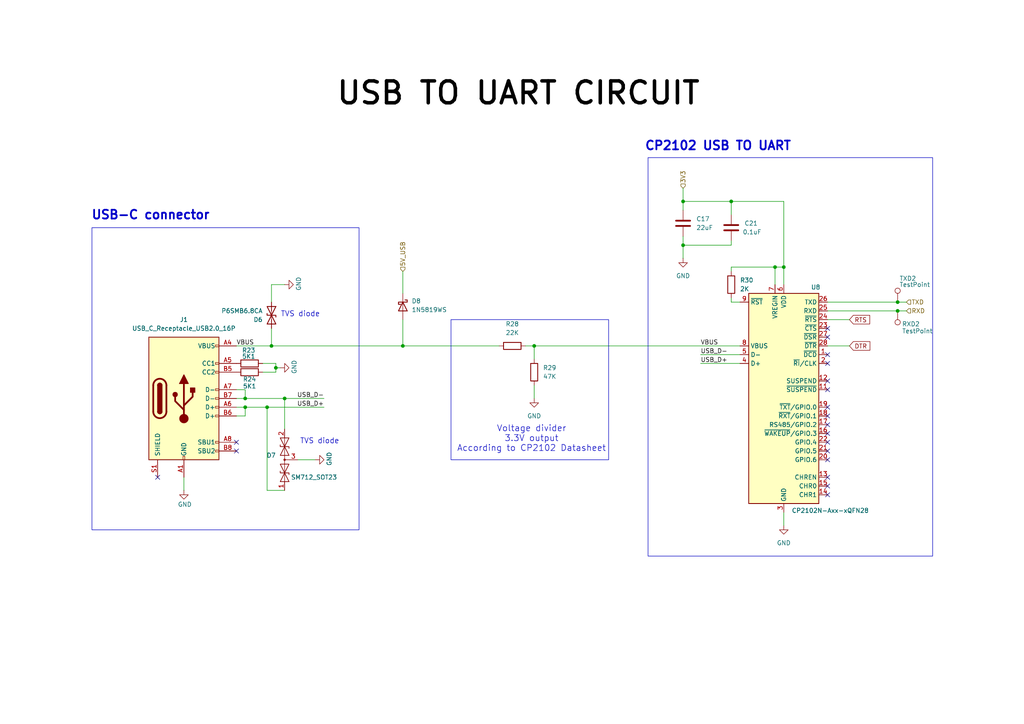
<source format=kicad_sch>
(kicad_sch
	(version 20231120)
	(generator "eeschema")
	(generator_version "8.0")
	(uuid "b7b81b5a-754b-49bb-b8a6-c497da1a856c")
	(paper "A4")
	(lib_symbols
		(symbol "Connector:TestPoint"
			(pin_numbers hide)
			(pin_names
				(offset 0.762) hide)
			(exclude_from_sim no)
			(in_bom yes)
			(on_board yes)
			(property "Reference" "TP"
				(at 0 6.858 0)
				(effects
					(font
						(size 1.27 1.27)
					)
				)
			)
			(property "Value" "TestPoint"
				(at 0 5.08 0)
				(effects
					(font
						(size 1.27 1.27)
					)
				)
			)
			(property "Footprint" ""
				(at 5.08 0 0)
				(effects
					(font
						(size 1.27 1.27)
					)
					(hide yes)
				)
			)
			(property "Datasheet" "~"
				(at 5.08 0 0)
				(effects
					(font
						(size 1.27 1.27)
					)
					(hide yes)
				)
			)
			(property "Description" "test point"
				(at 0 0 0)
				(effects
					(font
						(size 1.27 1.27)
					)
					(hide yes)
				)
			)
			(property "ki_keywords" "test point tp"
				(at 0 0 0)
				(effects
					(font
						(size 1.27 1.27)
					)
					(hide yes)
				)
			)
			(property "ki_fp_filters" "Pin* Test*"
				(at 0 0 0)
				(effects
					(font
						(size 1.27 1.27)
					)
					(hide yes)
				)
			)
			(symbol "TestPoint_0_1"
				(circle
					(center 0 3.302)
					(radius 0.762)
					(stroke
						(width 0)
						(type default)
					)
					(fill
						(type none)
					)
				)
			)
			(symbol "TestPoint_1_1"
				(pin passive line
					(at 0 0 90)
					(length 2.54)
					(name "1"
						(effects
							(font
								(size 1.27 1.27)
							)
						)
					)
					(number "1"
						(effects
							(font
								(size 1.27 1.27)
							)
						)
					)
				)
			)
		)
		(symbol "Connector:USB_C_Receptacle_USB2.0_16P"
			(pin_names
				(offset 1.016)
			)
			(exclude_from_sim no)
			(in_bom yes)
			(on_board yes)
			(property "Reference" "J"
				(at 0 22.225 0)
				(effects
					(font
						(size 1.27 1.27)
					)
				)
			)
			(property "Value" "USB_C_Receptacle_USB2.0_16P"
				(at 0 19.685 0)
				(effects
					(font
						(size 1.27 1.27)
					)
				)
			)
			(property "Footprint" ""
				(at 3.81 0 0)
				(effects
					(font
						(size 1.27 1.27)
					)
					(hide yes)
				)
			)
			(property "Datasheet" "https://www.usb.org/sites/default/files/documents/usb_type-c.zip"
				(at 3.81 0 0)
				(effects
					(font
						(size 1.27 1.27)
					)
					(hide yes)
				)
			)
			(property "Description" "USB 2.0-only 16P Type-C Receptacle connector"
				(at 0 0 0)
				(effects
					(font
						(size 1.27 1.27)
					)
					(hide yes)
				)
			)
			(property "ki_keywords" "usb universal serial bus type-C USB2.0"
				(at 0 0 0)
				(effects
					(font
						(size 1.27 1.27)
					)
					(hide yes)
				)
			)
			(property "ki_fp_filters" "USB*C*Receptacle*"
				(at 0 0 0)
				(effects
					(font
						(size 1.27 1.27)
					)
					(hide yes)
				)
			)
			(symbol "USB_C_Receptacle_USB2.0_16P_0_0"
				(rectangle
					(start -0.254 -17.78)
					(end 0.254 -16.764)
					(stroke
						(width 0)
						(type default)
					)
					(fill
						(type none)
					)
				)
				(rectangle
					(start 10.16 -14.986)
					(end 9.144 -15.494)
					(stroke
						(width 0)
						(type default)
					)
					(fill
						(type none)
					)
				)
				(rectangle
					(start 10.16 -12.446)
					(end 9.144 -12.954)
					(stroke
						(width 0)
						(type default)
					)
					(fill
						(type none)
					)
				)
				(rectangle
					(start 10.16 -4.826)
					(end 9.144 -5.334)
					(stroke
						(width 0)
						(type default)
					)
					(fill
						(type none)
					)
				)
				(rectangle
					(start 10.16 -2.286)
					(end 9.144 -2.794)
					(stroke
						(width 0)
						(type default)
					)
					(fill
						(type none)
					)
				)
				(rectangle
					(start 10.16 0.254)
					(end 9.144 -0.254)
					(stroke
						(width 0)
						(type default)
					)
					(fill
						(type none)
					)
				)
				(rectangle
					(start 10.16 2.794)
					(end 9.144 2.286)
					(stroke
						(width 0)
						(type default)
					)
					(fill
						(type none)
					)
				)
				(rectangle
					(start 10.16 7.874)
					(end 9.144 7.366)
					(stroke
						(width 0)
						(type default)
					)
					(fill
						(type none)
					)
				)
				(rectangle
					(start 10.16 10.414)
					(end 9.144 9.906)
					(stroke
						(width 0)
						(type default)
					)
					(fill
						(type none)
					)
				)
				(rectangle
					(start 10.16 15.494)
					(end 9.144 14.986)
					(stroke
						(width 0)
						(type default)
					)
					(fill
						(type none)
					)
				)
			)
			(symbol "USB_C_Receptacle_USB2.0_16P_0_1"
				(rectangle
					(start -10.16 17.78)
					(end 10.16 -17.78)
					(stroke
						(width 0.254)
						(type default)
					)
					(fill
						(type background)
					)
				)
				(arc
					(start -8.89 -3.81)
					(mid -6.985 -5.7067)
					(end -5.08 -3.81)
					(stroke
						(width 0.508)
						(type default)
					)
					(fill
						(type none)
					)
				)
				(arc
					(start -7.62 -3.81)
					(mid -6.985 -4.4423)
					(end -6.35 -3.81)
					(stroke
						(width 0.254)
						(type default)
					)
					(fill
						(type none)
					)
				)
				(arc
					(start -7.62 -3.81)
					(mid -6.985 -4.4423)
					(end -6.35 -3.81)
					(stroke
						(width 0.254)
						(type default)
					)
					(fill
						(type outline)
					)
				)
				(rectangle
					(start -7.62 -3.81)
					(end -6.35 3.81)
					(stroke
						(width 0.254)
						(type default)
					)
					(fill
						(type outline)
					)
				)
				(arc
					(start -6.35 3.81)
					(mid -6.985 4.4423)
					(end -7.62 3.81)
					(stroke
						(width 0.254)
						(type default)
					)
					(fill
						(type none)
					)
				)
				(arc
					(start -6.35 3.81)
					(mid -6.985 4.4423)
					(end -7.62 3.81)
					(stroke
						(width 0.254)
						(type default)
					)
					(fill
						(type outline)
					)
				)
				(arc
					(start -5.08 3.81)
					(mid -6.985 5.7067)
					(end -8.89 3.81)
					(stroke
						(width 0.508)
						(type default)
					)
					(fill
						(type none)
					)
				)
				(circle
					(center -2.54 1.143)
					(radius 0.635)
					(stroke
						(width 0.254)
						(type default)
					)
					(fill
						(type outline)
					)
				)
				(circle
					(center 0 -5.842)
					(radius 1.27)
					(stroke
						(width 0)
						(type default)
					)
					(fill
						(type outline)
					)
				)
				(polyline
					(pts
						(xy -8.89 -3.81) (xy -8.89 3.81)
					)
					(stroke
						(width 0.508)
						(type default)
					)
					(fill
						(type none)
					)
				)
				(polyline
					(pts
						(xy -5.08 3.81) (xy -5.08 -3.81)
					)
					(stroke
						(width 0.508)
						(type default)
					)
					(fill
						(type none)
					)
				)
				(polyline
					(pts
						(xy 0 -5.842) (xy 0 4.318)
					)
					(stroke
						(width 0.508)
						(type default)
					)
					(fill
						(type none)
					)
				)
				(polyline
					(pts
						(xy 0 -3.302) (xy -2.54 -0.762) (xy -2.54 0.508)
					)
					(stroke
						(width 0.508)
						(type default)
					)
					(fill
						(type none)
					)
				)
				(polyline
					(pts
						(xy 0 -2.032) (xy 2.54 0.508) (xy 2.54 1.778)
					)
					(stroke
						(width 0.508)
						(type default)
					)
					(fill
						(type none)
					)
				)
				(polyline
					(pts
						(xy -1.27 4.318) (xy 0 6.858) (xy 1.27 4.318) (xy -1.27 4.318)
					)
					(stroke
						(width 0.254)
						(type default)
					)
					(fill
						(type outline)
					)
				)
				(rectangle
					(start 1.905 1.778)
					(end 3.175 3.048)
					(stroke
						(width 0.254)
						(type default)
					)
					(fill
						(type outline)
					)
				)
			)
			(symbol "USB_C_Receptacle_USB2.0_16P_1_1"
				(pin passive line
					(at 0 -22.86 90)
					(length 5.08)
					(name "GND"
						(effects
							(font
								(size 1.27 1.27)
							)
						)
					)
					(number "A1"
						(effects
							(font
								(size 1.27 1.27)
							)
						)
					)
				)
				(pin passive line
					(at 0 -22.86 90)
					(length 5.08) hide
					(name "GND"
						(effects
							(font
								(size 1.27 1.27)
							)
						)
					)
					(number "A12"
						(effects
							(font
								(size 1.27 1.27)
							)
						)
					)
				)
				(pin passive line
					(at 15.24 15.24 180)
					(length 5.08)
					(name "VBUS"
						(effects
							(font
								(size 1.27 1.27)
							)
						)
					)
					(number "A4"
						(effects
							(font
								(size 1.27 1.27)
							)
						)
					)
				)
				(pin bidirectional line
					(at 15.24 10.16 180)
					(length 5.08)
					(name "CC1"
						(effects
							(font
								(size 1.27 1.27)
							)
						)
					)
					(number "A5"
						(effects
							(font
								(size 1.27 1.27)
							)
						)
					)
				)
				(pin bidirectional line
					(at 15.24 -2.54 180)
					(length 5.08)
					(name "D+"
						(effects
							(font
								(size 1.27 1.27)
							)
						)
					)
					(number "A6"
						(effects
							(font
								(size 1.27 1.27)
							)
						)
					)
				)
				(pin bidirectional line
					(at 15.24 2.54 180)
					(length 5.08)
					(name "D-"
						(effects
							(font
								(size 1.27 1.27)
							)
						)
					)
					(number "A7"
						(effects
							(font
								(size 1.27 1.27)
							)
						)
					)
				)
				(pin bidirectional line
					(at 15.24 -12.7 180)
					(length 5.08)
					(name "SBU1"
						(effects
							(font
								(size 1.27 1.27)
							)
						)
					)
					(number "A8"
						(effects
							(font
								(size 1.27 1.27)
							)
						)
					)
				)
				(pin passive line
					(at 15.24 15.24 180)
					(length 5.08) hide
					(name "VBUS"
						(effects
							(font
								(size 1.27 1.27)
							)
						)
					)
					(number "A9"
						(effects
							(font
								(size 1.27 1.27)
							)
						)
					)
				)
				(pin passive line
					(at 0 -22.86 90)
					(length 5.08) hide
					(name "GND"
						(effects
							(font
								(size 1.27 1.27)
							)
						)
					)
					(number "B1"
						(effects
							(font
								(size 1.27 1.27)
							)
						)
					)
				)
				(pin passive line
					(at 0 -22.86 90)
					(length 5.08) hide
					(name "GND"
						(effects
							(font
								(size 1.27 1.27)
							)
						)
					)
					(number "B12"
						(effects
							(font
								(size 1.27 1.27)
							)
						)
					)
				)
				(pin passive line
					(at 15.24 15.24 180)
					(length 5.08) hide
					(name "VBUS"
						(effects
							(font
								(size 1.27 1.27)
							)
						)
					)
					(number "B4"
						(effects
							(font
								(size 1.27 1.27)
							)
						)
					)
				)
				(pin bidirectional line
					(at 15.24 7.62 180)
					(length 5.08)
					(name "CC2"
						(effects
							(font
								(size 1.27 1.27)
							)
						)
					)
					(number "B5"
						(effects
							(font
								(size 1.27 1.27)
							)
						)
					)
				)
				(pin bidirectional line
					(at 15.24 -5.08 180)
					(length 5.08)
					(name "D+"
						(effects
							(font
								(size 1.27 1.27)
							)
						)
					)
					(number "B6"
						(effects
							(font
								(size 1.27 1.27)
							)
						)
					)
				)
				(pin bidirectional line
					(at 15.24 0 180)
					(length 5.08)
					(name "D-"
						(effects
							(font
								(size 1.27 1.27)
							)
						)
					)
					(number "B7"
						(effects
							(font
								(size 1.27 1.27)
							)
						)
					)
				)
				(pin bidirectional line
					(at 15.24 -15.24 180)
					(length 5.08)
					(name "SBU2"
						(effects
							(font
								(size 1.27 1.27)
							)
						)
					)
					(number "B8"
						(effects
							(font
								(size 1.27 1.27)
							)
						)
					)
				)
				(pin passive line
					(at 15.24 15.24 180)
					(length 5.08) hide
					(name "VBUS"
						(effects
							(font
								(size 1.27 1.27)
							)
						)
					)
					(number "B9"
						(effects
							(font
								(size 1.27 1.27)
							)
						)
					)
				)
				(pin passive line
					(at -7.62 -22.86 90)
					(length 5.08)
					(name "SHIELD"
						(effects
							(font
								(size 1.27 1.27)
							)
						)
					)
					(number "S1"
						(effects
							(font
								(size 1.27 1.27)
							)
						)
					)
				)
			)
		)
		(symbol "Device:C"
			(pin_numbers hide)
			(pin_names
				(offset 0.254)
			)
			(exclude_from_sim no)
			(in_bom yes)
			(on_board yes)
			(property "Reference" "C"
				(at 0.635 2.54 0)
				(effects
					(font
						(size 1.27 1.27)
					)
					(justify left)
				)
			)
			(property "Value" "C"
				(at 0.635 -2.54 0)
				(effects
					(font
						(size 1.27 1.27)
					)
					(justify left)
				)
			)
			(property "Footprint" ""
				(at 0.9652 -3.81 0)
				(effects
					(font
						(size 1.27 1.27)
					)
					(hide yes)
				)
			)
			(property "Datasheet" "~"
				(at 0 0 0)
				(effects
					(font
						(size 1.27 1.27)
					)
					(hide yes)
				)
			)
			(property "Description" "Unpolarized capacitor"
				(at 0 0 0)
				(effects
					(font
						(size 1.27 1.27)
					)
					(hide yes)
				)
			)
			(property "ki_keywords" "cap capacitor"
				(at 0 0 0)
				(effects
					(font
						(size 1.27 1.27)
					)
					(hide yes)
				)
			)
			(property "ki_fp_filters" "C_*"
				(at 0 0 0)
				(effects
					(font
						(size 1.27 1.27)
					)
					(hide yes)
				)
			)
			(symbol "C_0_1"
				(polyline
					(pts
						(xy -2.032 -0.762) (xy 2.032 -0.762)
					)
					(stroke
						(width 0.508)
						(type default)
					)
					(fill
						(type none)
					)
				)
				(polyline
					(pts
						(xy -2.032 0.762) (xy 2.032 0.762)
					)
					(stroke
						(width 0.508)
						(type default)
					)
					(fill
						(type none)
					)
				)
			)
			(symbol "C_1_1"
				(pin passive line
					(at 0 3.81 270)
					(length 2.794)
					(name "~"
						(effects
							(font
								(size 1.27 1.27)
							)
						)
					)
					(number "1"
						(effects
							(font
								(size 1.27 1.27)
							)
						)
					)
				)
				(pin passive line
					(at 0 -3.81 90)
					(length 2.794)
					(name "~"
						(effects
							(font
								(size 1.27 1.27)
							)
						)
					)
					(number "2"
						(effects
							(font
								(size 1.27 1.27)
							)
						)
					)
				)
			)
		)
		(symbol "Device:D_TVS"
			(pin_numbers hide)
			(pin_names
				(offset 1.016) hide)
			(exclude_from_sim no)
			(in_bom yes)
			(on_board yes)
			(property "Reference" "D"
				(at 0 2.54 0)
				(effects
					(font
						(size 1.27 1.27)
					)
				)
			)
			(property "Value" "D_TVS"
				(at 0 -2.54 0)
				(effects
					(font
						(size 1.27 1.27)
					)
				)
			)
			(property "Footprint" ""
				(at 0 0 0)
				(effects
					(font
						(size 1.27 1.27)
					)
					(hide yes)
				)
			)
			(property "Datasheet" "~"
				(at 0 0 0)
				(effects
					(font
						(size 1.27 1.27)
					)
					(hide yes)
				)
			)
			(property "Description" "Bidirectional transient-voltage-suppression diode"
				(at 0 0 0)
				(effects
					(font
						(size 1.27 1.27)
					)
					(hide yes)
				)
			)
			(property "ki_keywords" "diode TVS thyrector"
				(at 0 0 0)
				(effects
					(font
						(size 1.27 1.27)
					)
					(hide yes)
				)
			)
			(property "ki_fp_filters" "TO-???* *_Diode_* *SingleDiode* D_*"
				(at 0 0 0)
				(effects
					(font
						(size 1.27 1.27)
					)
					(hide yes)
				)
			)
			(symbol "D_TVS_0_1"
				(polyline
					(pts
						(xy 1.27 0) (xy -1.27 0)
					)
					(stroke
						(width 0)
						(type default)
					)
					(fill
						(type none)
					)
				)
				(polyline
					(pts
						(xy 0.508 1.27) (xy 0 1.27) (xy 0 -1.27) (xy -0.508 -1.27)
					)
					(stroke
						(width 0.254)
						(type default)
					)
					(fill
						(type none)
					)
				)
				(polyline
					(pts
						(xy -2.54 1.27) (xy -2.54 -1.27) (xy 2.54 1.27) (xy 2.54 -1.27) (xy -2.54 1.27)
					)
					(stroke
						(width 0.254)
						(type default)
					)
					(fill
						(type none)
					)
				)
			)
			(symbol "D_TVS_1_1"
				(pin passive line
					(at -3.81 0 0)
					(length 2.54)
					(name "A1"
						(effects
							(font
								(size 1.27 1.27)
							)
						)
					)
					(number "1"
						(effects
							(font
								(size 1.27 1.27)
							)
						)
					)
				)
				(pin passive line
					(at 3.81 0 180)
					(length 2.54)
					(name "A2"
						(effects
							(font
								(size 1.27 1.27)
							)
						)
					)
					(number "2"
						(effects
							(font
								(size 1.27 1.27)
							)
						)
					)
				)
			)
		)
		(symbol "Device:R"
			(pin_numbers hide)
			(pin_names
				(offset 0)
			)
			(exclude_from_sim no)
			(in_bom yes)
			(on_board yes)
			(property "Reference" "R"
				(at 2.032 0 90)
				(effects
					(font
						(size 1.27 1.27)
					)
				)
			)
			(property "Value" "R"
				(at 0 0 90)
				(effects
					(font
						(size 1.27 1.27)
					)
				)
			)
			(property "Footprint" ""
				(at -1.778 0 90)
				(effects
					(font
						(size 1.27 1.27)
					)
					(hide yes)
				)
			)
			(property "Datasheet" "~"
				(at 0 0 0)
				(effects
					(font
						(size 1.27 1.27)
					)
					(hide yes)
				)
			)
			(property "Description" "Resistor"
				(at 0 0 0)
				(effects
					(font
						(size 1.27 1.27)
					)
					(hide yes)
				)
			)
			(property "ki_keywords" "R res resistor"
				(at 0 0 0)
				(effects
					(font
						(size 1.27 1.27)
					)
					(hide yes)
				)
			)
			(property "ki_fp_filters" "R_*"
				(at 0 0 0)
				(effects
					(font
						(size 1.27 1.27)
					)
					(hide yes)
				)
			)
			(symbol "R_0_1"
				(rectangle
					(start -1.016 -2.54)
					(end 1.016 2.54)
					(stroke
						(width 0.254)
						(type default)
					)
					(fill
						(type none)
					)
				)
			)
			(symbol "R_1_1"
				(pin passive line
					(at 0 3.81 270)
					(length 1.27)
					(name "~"
						(effects
							(font
								(size 1.27 1.27)
							)
						)
					)
					(number "1"
						(effects
							(font
								(size 1.27 1.27)
							)
						)
					)
				)
				(pin passive line
					(at 0 -3.81 90)
					(length 1.27)
					(name "~"
						(effects
							(font
								(size 1.27 1.27)
							)
						)
					)
					(number "2"
						(effects
							(font
								(size 1.27 1.27)
							)
						)
					)
				)
			)
		)
		(symbol "Diode:1N5819WS"
			(pin_numbers hide)
			(pin_names
				(offset 1.016) hide)
			(exclude_from_sim no)
			(in_bom yes)
			(on_board yes)
			(property "Reference" "D"
				(at 0 2.54 0)
				(effects
					(font
						(size 1.27 1.27)
					)
				)
			)
			(property "Value" "1N5819WS"
				(at 0 -2.54 0)
				(effects
					(font
						(size 1.27 1.27)
					)
				)
			)
			(property "Footprint" "Diode_SMD:D_SOD-323"
				(at 0 -4.445 0)
				(effects
					(font
						(size 1.27 1.27)
					)
					(hide yes)
				)
			)
			(property "Datasheet" "https://datasheet.lcsc.com/lcsc/2204281430_Guangdong-Hottech-1N5819WS_C191023.pdf"
				(at 0 0 0)
				(effects
					(font
						(size 1.27 1.27)
					)
					(hide yes)
				)
			)
			(property "Description" "40V 600mV@1A 1A SOD-323 Schottky Barrier Diodes, SOD-323"
				(at 0 0 0)
				(effects
					(font
						(size 1.27 1.27)
					)
					(hide yes)
				)
			)
			(property "ki_keywords" "diode Schottky"
				(at 0 0 0)
				(effects
					(font
						(size 1.27 1.27)
					)
					(hide yes)
				)
			)
			(property "ki_fp_filters" "D*SOD?323*"
				(at 0 0 0)
				(effects
					(font
						(size 1.27 1.27)
					)
					(hide yes)
				)
			)
			(symbol "1N5819WS_0_1"
				(polyline
					(pts
						(xy 1.27 0) (xy -1.27 0)
					)
					(stroke
						(width 0)
						(type default)
					)
					(fill
						(type none)
					)
				)
				(polyline
					(pts
						(xy 1.27 1.27) (xy 1.27 -1.27) (xy -1.27 0) (xy 1.27 1.27)
					)
					(stroke
						(width 0.254)
						(type default)
					)
					(fill
						(type none)
					)
				)
				(polyline
					(pts
						(xy -1.905 0.635) (xy -1.905 1.27) (xy -1.27 1.27) (xy -1.27 -1.27) (xy -0.635 -1.27) (xy -0.635 -0.635)
					)
					(stroke
						(width 0.254)
						(type default)
					)
					(fill
						(type none)
					)
				)
			)
			(symbol "1N5819WS_1_1"
				(pin passive line
					(at -3.81 0 0)
					(length 2.54)
					(name "K"
						(effects
							(font
								(size 1.27 1.27)
							)
						)
					)
					(number "1"
						(effects
							(font
								(size 1.27 1.27)
							)
						)
					)
				)
				(pin passive line
					(at 3.81 0 180)
					(length 2.54)
					(name "A"
						(effects
							(font
								(size 1.27 1.27)
							)
						)
					)
					(number "2"
						(effects
							(font
								(size 1.27 1.27)
							)
						)
					)
				)
			)
		)
		(symbol "Diode:SM712_SOT23"
			(pin_names
				(offset 1.016) hide)
			(exclude_from_sim no)
			(in_bom yes)
			(on_board yes)
			(property "Reference" "D"
				(at 0 4.445 0)
				(effects
					(font
						(size 1.27 1.27)
					)
				)
			)
			(property "Value" "SM712_SOT23"
				(at 0 2.54 0)
				(effects
					(font
						(size 1.27 1.27)
					)
				)
			)
			(property "Footprint" "Package_TO_SOT_SMD:SOT-23"
				(at 0 -8.89 0)
				(effects
					(font
						(size 1.27 1.27)
					)
					(hide yes)
				)
			)
			(property "Datasheet" "https://www.littelfuse.com/~/media/electronics/datasheets/tvs_diode_arrays/littelfuse_tvs_diode_array_sm712_datasheet.pdf.pdf"
				(at -3.81 0 0)
				(effects
					(font
						(size 1.27 1.27)
					)
					(hide yes)
				)
			)
			(property "Description" "7V/12V, 600W Asymmetrical TVS Diode Array, SOT-23"
				(at 0 0 0)
				(effects
					(font
						(size 1.27 1.27)
					)
					(hide yes)
				)
			)
			(property "ki_keywords" "transient voltage suppressor thyrector transil"
				(at 0 0 0)
				(effects
					(font
						(size 1.27 1.27)
					)
					(hide yes)
				)
			)
			(property "ki_fp_filters" "SOT?23*"
				(at 0 0 0)
				(effects
					(font
						(size 1.27 1.27)
					)
					(hide yes)
				)
			)
			(symbol "SM712_SOT23_0_0"
				(polyline
					(pts
						(xy 0 -1.27) (xy 0 0)
					)
					(stroke
						(width 0)
						(type default)
					)
					(fill
						(type none)
					)
				)
			)
			(symbol "SM712_SOT23_0_1"
				(polyline
					(pts
						(xy -6.35 0) (xy 6.35 0)
					)
					(stroke
						(width 0)
						(type default)
					)
					(fill
						(type none)
					)
				)
				(polyline
					(pts
						(xy -3.302 1.27) (xy -3.81 1.27) (xy -3.81 -1.27) (xy -4.318 -1.27)
					)
					(stroke
						(width 0.2032)
						(type default)
					)
					(fill
						(type none)
					)
				)
				(polyline
					(pts
						(xy 4.318 1.27) (xy 3.81 1.27) (xy 3.81 -1.27) (xy 3.302 -1.27)
					)
					(stroke
						(width 0.2032)
						(type default)
					)
					(fill
						(type none)
					)
				)
				(polyline
					(pts
						(xy -6.35 -1.27) (xy -1.27 1.27) (xy -1.27 -1.27) (xy -6.35 1.27) (xy -6.35 -1.27)
					)
					(stroke
						(width 0.2032)
						(type default)
					)
					(fill
						(type none)
					)
				)
				(polyline
					(pts
						(xy 1.27 -1.27) (xy 1.27 1.27) (xy 6.35 -1.27) (xy 6.35 1.27) (xy 1.27 -1.27)
					)
					(stroke
						(width 0.2032)
						(type default)
					)
					(fill
						(type none)
					)
				)
				(circle
					(center 0 0)
					(radius 0.254)
					(stroke
						(width 0)
						(type default)
					)
					(fill
						(type outline)
					)
				)
			)
			(symbol "SM712_SOT23_1_1"
				(pin passive line
					(at -8.89 0 0)
					(length 2.54)
					(name "A1"
						(effects
							(font
								(size 1.27 1.27)
							)
						)
					)
					(number "1"
						(effects
							(font
								(size 1.27 1.27)
							)
						)
					)
				)
				(pin passive line
					(at 8.89 0 180)
					(length 2.54)
					(name "A2"
						(effects
							(font
								(size 1.27 1.27)
							)
						)
					)
					(number "2"
						(effects
							(font
								(size 1.27 1.27)
							)
						)
					)
				)
				(pin input line
					(at 0 -3.81 90)
					(length 2.54)
					(name "common"
						(effects
							(font
								(size 1.27 1.27)
							)
						)
					)
					(number "3"
						(effects
							(font
								(size 1.27 1.27)
							)
						)
					)
				)
			)
		)
		(symbol "Interface_USB:CP2102N-Axx-xQFN28"
			(exclude_from_sim no)
			(in_bom yes)
			(on_board yes)
			(property "Reference" "U"
				(at -8.89 31.75 0)
				(effects
					(font
						(size 1.27 1.27)
					)
				)
			)
			(property "Value" "CP2102N-Axx-xQFN28"
				(at 12.7 31.75 0)
				(effects
					(font
						(size 1.27 1.27)
					)
				)
			)
			(property "Footprint" "Package_DFN_QFN:QFN-28-1EP_5x5mm_P0.5mm_EP3.35x3.35mm"
				(at 33.02 -31.75 0)
				(effects
					(font
						(size 1.27 1.27)
					)
					(hide yes)
				)
			)
			(property "Datasheet" "https://www.silabs.com/documents/public/data-sheets/cp2102n-datasheet.pdf"
				(at 1.27 -19.05 0)
				(effects
					(font
						(size 1.27 1.27)
					)
					(hide yes)
				)
			)
			(property "Description" "USB to UART master bridge, QFN-28"
				(at 0 0 0)
				(effects
					(font
						(size 1.27 1.27)
					)
					(hide yes)
				)
			)
			(property "ki_keywords" "USB UART bridge"
				(at 0 0 0)
				(effects
					(font
						(size 1.27 1.27)
					)
					(hide yes)
				)
			)
			(property "ki_fp_filters" "QFN*1EP*5x5mm*P0.5mm*"
				(at 0 0 0)
				(effects
					(font
						(size 1.27 1.27)
					)
					(hide yes)
				)
			)
			(symbol "CP2102N-Axx-xQFN28_0_1"
				(rectangle
					(start -10.16 30.48)
					(end 10.16 -30.48)
					(stroke
						(width 0.254)
						(type default)
					)
					(fill
						(type background)
					)
				)
			)
			(symbol "CP2102N-Axx-xQFN28_1_1"
				(pin input line
					(at 12.7 12.7 180)
					(length 2.54)
					(name "~{DCD}"
						(effects
							(font
								(size 1.27 1.27)
							)
						)
					)
					(number "1"
						(effects
							(font
								(size 1.27 1.27)
							)
						)
					)
				)
				(pin no_connect line
					(at -10.16 -27.94 0)
					(length 2.54) hide
					(name "NC"
						(effects
							(font
								(size 1.27 1.27)
							)
						)
					)
					(number "10"
						(effects
							(font
								(size 1.27 1.27)
							)
						)
					)
				)
				(pin output line
					(at 12.7 2.54 180)
					(length 2.54)
					(name "~{SUSPEND}"
						(effects
							(font
								(size 1.27 1.27)
							)
						)
					)
					(number "11"
						(effects
							(font
								(size 1.27 1.27)
							)
						)
					)
				)
				(pin output line
					(at 12.7 5.08 180)
					(length 2.54)
					(name "SUSPEND"
						(effects
							(font
								(size 1.27 1.27)
							)
						)
					)
					(number "12"
						(effects
							(font
								(size 1.27 1.27)
							)
						)
					)
				)
				(pin output line
					(at 12.7 -22.86 180)
					(length 2.54)
					(name "CHREN"
						(effects
							(font
								(size 1.27 1.27)
							)
						)
					)
					(number "13"
						(effects
							(font
								(size 1.27 1.27)
							)
						)
					)
				)
				(pin output line
					(at 12.7 -27.94 180)
					(length 2.54)
					(name "CHR1"
						(effects
							(font
								(size 1.27 1.27)
							)
						)
					)
					(number "14"
						(effects
							(font
								(size 1.27 1.27)
							)
						)
					)
				)
				(pin output line
					(at 12.7 -25.4 180)
					(length 2.54)
					(name "CHR0"
						(effects
							(font
								(size 1.27 1.27)
							)
						)
					)
					(number "15"
						(effects
							(font
								(size 1.27 1.27)
							)
						)
					)
				)
				(pin bidirectional line
					(at 12.7 -10.16 180)
					(length 2.54)
					(name "~{WAKEUP}/GPIO.3"
						(effects
							(font
								(size 1.27 1.27)
							)
						)
					)
					(number "16"
						(effects
							(font
								(size 1.27 1.27)
							)
						)
					)
				)
				(pin bidirectional line
					(at 12.7 -7.62 180)
					(length 2.54)
					(name "RS485/GPIO.2"
						(effects
							(font
								(size 1.27 1.27)
							)
						)
					)
					(number "17"
						(effects
							(font
								(size 1.27 1.27)
							)
						)
					)
				)
				(pin bidirectional line
					(at 12.7 -5.08 180)
					(length 2.54)
					(name "~{RXT}/GPIO.1"
						(effects
							(font
								(size 1.27 1.27)
							)
						)
					)
					(number "18"
						(effects
							(font
								(size 1.27 1.27)
							)
						)
					)
				)
				(pin bidirectional line
					(at 12.7 -2.54 180)
					(length 2.54)
					(name "~{TXT}/GPIO.0"
						(effects
							(font
								(size 1.27 1.27)
							)
						)
					)
					(number "19"
						(effects
							(font
								(size 1.27 1.27)
							)
						)
					)
				)
				(pin bidirectional line
					(at 12.7 10.16 180)
					(length 2.54)
					(name "~{RI}/CLK"
						(effects
							(font
								(size 1.27 1.27)
							)
						)
					)
					(number "2"
						(effects
							(font
								(size 1.27 1.27)
							)
						)
					)
				)
				(pin bidirectional line
					(at 12.7 -17.78 180)
					(length 2.54)
					(name "GPIO.6"
						(effects
							(font
								(size 1.27 1.27)
							)
						)
					)
					(number "20"
						(effects
							(font
								(size 1.27 1.27)
							)
						)
					)
				)
				(pin bidirectional line
					(at 12.7 -15.24 180)
					(length 2.54)
					(name "GPIO.5"
						(effects
							(font
								(size 1.27 1.27)
							)
						)
					)
					(number "21"
						(effects
							(font
								(size 1.27 1.27)
							)
						)
					)
				)
				(pin bidirectional line
					(at 12.7 -12.7 180)
					(length 2.54)
					(name "GPIO.4"
						(effects
							(font
								(size 1.27 1.27)
							)
						)
					)
					(number "22"
						(effects
							(font
								(size 1.27 1.27)
							)
						)
					)
				)
				(pin input line
					(at 12.7 20.32 180)
					(length 2.54)
					(name "~{CTS}"
						(effects
							(font
								(size 1.27 1.27)
							)
						)
					)
					(number "23"
						(effects
							(font
								(size 1.27 1.27)
							)
						)
					)
				)
				(pin output line
					(at 12.7 22.86 180)
					(length 2.54)
					(name "~{RTS}"
						(effects
							(font
								(size 1.27 1.27)
							)
						)
					)
					(number "24"
						(effects
							(font
								(size 1.27 1.27)
							)
						)
					)
				)
				(pin input line
					(at 12.7 25.4 180)
					(length 2.54)
					(name "RXD"
						(effects
							(font
								(size 1.27 1.27)
							)
						)
					)
					(number "25"
						(effects
							(font
								(size 1.27 1.27)
							)
						)
					)
				)
				(pin output line
					(at 12.7 27.94 180)
					(length 2.54)
					(name "TXD"
						(effects
							(font
								(size 1.27 1.27)
							)
						)
					)
					(number "26"
						(effects
							(font
								(size 1.27 1.27)
							)
						)
					)
				)
				(pin input line
					(at 12.7 17.78 180)
					(length 2.54)
					(name "~{DSR}"
						(effects
							(font
								(size 1.27 1.27)
							)
						)
					)
					(number "27"
						(effects
							(font
								(size 1.27 1.27)
							)
						)
					)
				)
				(pin output line
					(at 12.7 15.24 180)
					(length 2.54)
					(name "~{DTR}"
						(effects
							(font
								(size 1.27 1.27)
							)
						)
					)
					(number "28"
						(effects
							(font
								(size 1.27 1.27)
							)
						)
					)
				)
				(pin passive line
					(at 0 -33.02 90)
					(length 2.54) hide
					(name "GND"
						(effects
							(font
								(size 1.27 1.27)
							)
						)
					)
					(number "29"
						(effects
							(font
								(size 1.27 1.27)
							)
						)
					)
				)
				(pin power_in line
					(at 0 -33.02 90)
					(length 2.54)
					(name "GND"
						(effects
							(font
								(size 1.27 1.27)
							)
						)
					)
					(number "3"
						(effects
							(font
								(size 1.27 1.27)
							)
						)
					)
				)
				(pin bidirectional line
					(at -12.7 10.16 0)
					(length 2.54)
					(name "D+"
						(effects
							(font
								(size 1.27 1.27)
							)
						)
					)
					(number "4"
						(effects
							(font
								(size 1.27 1.27)
							)
						)
					)
				)
				(pin bidirectional line
					(at -12.7 12.7 0)
					(length 2.54)
					(name "D-"
						(effects
							(font
								(size 1.27 1.27)
							)
						)
					)
					(number "5"
						(effects
							(font
								(size 1.27 1.27)
							)
						)
					)
				)
				(pin power_in line
					(at 0 33.02 270)
					(length 2.54)
					(name "VDD"
						(effects
							(font
								(size 1.27 1.27)
							)
						)
					)
					(number "6"
						(effects
							(font
								(size 1.27 1.27)
							)
						)
					)
				)
				(pin power_in line
					(at -2.54 33.02 270)
					(length 2.54)
					(name "VREGIN"
						(effects
							(font
								(size 1.27 1.27)
							)
						)
					)
					(number "7"
						(effects
							(font
								(size 1.27 1.27)
							)
						)
					)
				)
				(pin input line
					(at -12.7 15.24 0)
					(length 2.54)
					(name "VBUS"
						(effects
							(font
								(size 1.27 1.27)
							)
						)
					)
					(number "8"
						(effects
							(font
								(size 1.27 1.27)
							)
						)
					)
				)
				(pin input line
					(at -12.7 27.94 0)
					(length 2.54)
					(name "~{RST}"
						(effects
							(font
								(size 1.27 1.27)
							)
						)
					)
					(number "9"
						(effects
							(font
								(size 1.27 1.27)
							)
						)
					)
				)
			)
		)
		(symbol "power:GND"
			(power)
			(pin_numbers hide)
			(pin_names
				(offset 0) hide)
			(exclude_from_sim no)
			(in_bom yes)
			(on_board yes)
			(property "Reference" "#PWR"
				(at 0 -6.35 0)
				(effects
					(font
						(size 1.27 1.27)
					)
					(hide yes)
				)
			)
			(property "Value" "GND"
				(at 0 -3.81 0)
				(effects
					(font
						(size 1.27 1.27)
					)
				)
			)
			(property "Footprint" ""
				(at 0 0 0)
				(effects
					(font
						(size 1.27 1.27)
					)
					(hide yes)
				)
			)
			(property "Datasheet" ""
				(at 0 0 0)
				(effects
					(font
						(size 1.27 1.27)
					)
					(hide yes)
				)
			)
			(property "Description" "Power symbol creates a global label with name \"GND\" , ground"
				(at 0 0 0)
				(effects
					(font
						(size 1.27 1.27)
					)
					(hide yes)
				)
			)
			(property "ki_keywords" "global power"
				(at 0 0 0)
				(effects
					(font
						(size 1.27 1.27)
					)
					(hide yes)
				)
			)
			(symbol "GND_0_1"
				(polyline
					(pts
						(xy 0 0) (xy 0 -1.27) (xy 1.27 -1.27) (xy 0 -2.54) (xy -1.27 -1.27) (xy 0 -1.27)
					)
					(stroke
						(width 0)
						(type default)
					)
					(fill
						(type none)
					)
				)
			)
			(symbol "GND_1_1"
				(pin power_in line
					(at 0 0 270)
					(length 0)
					(name "~"
						(effects
							(font
								(size 1.27 1.27)
							)
						)
					)
					(number "1"
						(effects
							(font
								(size 1.27 1.27)
							)
						)
					)
				)
			)
		)
	)
	(junction
		(at 80.01 106.68)
		(diameter 0)
		(color 0 0 0 0)
		(uuid "0d453d6e-b0b9-4776-9361-13f786b6fb74")
	)
	(junction
		(at 198.12 58.42)
		(diameter 0)
		(color 0 0 0 0)
		(uuid "15146901-00a0-41d1-81a5-3382447f63a6")
	)
	(junction
		(at 78.74 100.33)
		(diameter 0)
		(color 0 0 0 0)
		(uuid "507a2e6b-185b-4f02-a1f4-3e8e90e7f758")
	)
	(junction
		(at 71.12 118.11)
		(diameter 0)
		(color 0 0 0 0)
		(uuid "62e4b494-b540-4fcc-9c28-48db537f5b03")
	)
	(junction
		(at 212.09 58.42)
		(diameter 0)
		(color 0 0 0 0)
		(uuid "66ce1ad9-4fab-4e44-ba85-a68170503049")
	)
	(junction
		(at 260.35 90.17)
		(diameter 0)
		(color 0 0 0 0)
		(uuid "7e88ad66-df84-4e63-a830-3f17ceec9b18")
	)
	(junction
		(at 227.33 77.47)
		(diameter 0)
		(color 0 0 0 0)
		(uuid "9a10c053-2b92-4530-b553-9f87f4e651e9")
	)
	(junction
		(at 71.12 115.57)
		(diameter 0)
		(color 0 0 0 0)
		(uuid "a05bf547-9427-452e-a5ae-71facd45d481")
	)
	(junction
		(at 198.12 71.12)
		(diameter 0)
		(color 0 0 0 0)
		(uuid "a7235f25-1c6c-4ec1-abb3-a693f3d3da56")
	)
	(junction
		(at 260.35 87.63)
		(diameter 0)
		(color 0 0 0 0)
		(uuid "bce72250-e0a8-4565-99e8-7e34278683fd")
	)
	(junction
		(at 116.84 100.33)
		(diameter 0)
		(color 0 0 0 0)
		(uuid "cc942229-b77c-4773-bb4b-f9e1fd2bbcec")
	)
	(junction
		(at 82.55 115.57)
		(diameter 0)
		(color 0 0 0 0)
		(uuid "da118e0a-4fe7-42ef-aabd-54312af90ab2")
	)
	(junction
		(at 154.94 100.33)
		(diameter 0)
		(color 0 0 0 0)
		(uuid "eccd41be-3f06-4231-8bfb-a0ef13398c03")
	)
	(junction
		(at 77.47 118.11)
		(diameter 0)
		(color 0 0 0 0)
		(uuid "f5d08202-47ea-4c6d-bdce-c8327b008dc1")
	)
	(junction
		(at 224.79 77.47)
		(diameter 0)
		(color 0 0 0 0)
		(uuid "ffd1a127-ca37-42a2-967d-7bff47c47218")
	)
	(no_connect
		(at 240.03 102.87)
		(uuid "0415ba3b-4c42-44df-99ed-bda3ddd08a08")
	)
	(no_connect
		(at 240.03 130.81)
		(uuid "0fdade74-cd3b-4fd2-ac6e-b299c6f9a706")
	)
	(no_connect
		(at 240.03 97.79)
		(uuid "1053ecf2-3fca-4df6-b15c-e6afe0e519c4")
	)
	(no_connect
		(at 68.58 130.81)
		(uuid "1bcf8aa1-13a0-4058-b4f1-516eab3112e5")
	)
	(no_connect
		(at 240.03 110.49)
		(uuid "1cfec45d-75dc-4cb4-ab4b-ed5ac782402b")
	)
	(no_connect
		(at 240.03 120.65)
		(uuid "1e00a512-ac5b-4a76-bf7d-6a9c815f5c09")
	)
	(no_connect
		(at 240.03 143.51)
		(uuid "20b8b432-a63f-4d7e-9f81-906f751ecb0c")
	)
	(no_connect
		(at 240.03 138.43)
		(uuid "321bb49a-7d17-4e8b-9c2a-0c23da3fa609")
	)
	(no_connect
		(at 45.72 138.43)
		(uuid "37d5524e-e9b2-4f58-a34c-86a4a124b727")
	)
	(no_connect
		(at 240.03 105.41)
		(uuid "3d413264-75b4-4279-8efa-5cd18e51f9d2")
	)
	(no_connect
		(at 240.03 118.11)
		(uuid "3e4a18c1-0f75-4a8b-8814-5586d79fc447")
	)
	(no_connect
		(at 240.03 140.97)
		(uuid "4f300220-c7e3-42c7-ae58-d91709e26a62")
	)
	(no_connect
		(at 240.03 125.73)
		(uuid "705cda06-9b37-47e3-8998-716108b8a0fc")
	)
	(no_connect
		(at 240.03 128.27)
		(uuid "771504af-d72a-4766-9b05-78a5a5829a39")
	)
	(no_connect
		(at 240.03 133.35)
		(uuid "aa2d7eb5-c5f0-40a0-b830-52403efd656e")
	)
	(no_connect
		(at 240.03 95.25)
		(uuid "ac2dfc55-b191-4939-94b6-d6dfe81dfe5d")
	)
	(no_connect
		(at 68.58 128.27)
		(uuid "c12448d8-c7d9-4eee-b33c-23cb5b27a17a")
	)
	(no_connect
		(at 240.03 123.19)
		(uuid "cff9c39f-baef-4338-b7e1-e0800525ee8a")
	)
	(no_connect
		(at 240.03 113.03)
		(uuid "f01e5a28-cf24-4ac3-9320-af571011dad2")
	)
	(wire
		(pts
			(xy 227.33 58.42) (xy 227.33 77.47)
		)
		(stroke
			(width 0)
			(type default)
		)
		(uuid "00b51d69-f638-4055-9997-2926a276c49f")
	)
	(wire
		(pts
			(xy 78.74 100.33) (xy 78.74 95.25)
		)
		(stroke
			(width 0)
			(type default)
		)
		(uuid "01799618-629f-465e-92f6-e093666fed88")
	)
	(wire
		(pts
			(xy 77.47 118.11) (xy 93.98 118.11)
		)
		(stroke
			(width 0)
			(type default)
		)
		(uuid "0524e575-7f47-4728-a29e-d408e8478196")
	)
	(wire
		(pts
			(xy 246.38 100.33) (xy 240.03 100.33)
		)
		(stroke
			(width 0)
			(type default)
		)
		(uuid "06acb2e0-46ee-498e-a206-414f98c40f69")
	)
	(wire
		(pts
			(xy 80.01 106.68) (xy 80.01 107.95)
		)
		(stroke
			(width 0)
			(type default)
		)
		(uuid "0b957c89-1b58-441d-8f0d-2aab9d30143b")
	)
	(wire
		(pts
			(xy 71.12 120.65) (xy 71.12 118.11)
		)
		(stroke
			(width 0)
			(type default)
		)
		(uuid "0fad5c63-e5ce-45b7-a24a-fced84bb4b5b")
	)
	(wire
		(pts
			(xy 212.09 77.47) (xy 212.09 78.74)
		)
		(stroke
			(width 0)
			(type default)
		)
		(uuid "15bf82fd-032f-40e2-bfab-9e16e81366fb")
	)
	(wire
		(pts
			(xy 80.01 106.68) (xy 81.28 106.68)
		)
		(stroke
			(width 0)
			(type default)
		)
		(uuid "1fb64bf3-05c3-4e93-928d-5923b9520099")
	)
	(wire
		(pts
			(xy 78.74 82.55) (xy 78.74 87.63)
		)
		(stroke
			(width 0)
			(type default)
		)
		(uuid "1fd43afb-90b6-48f2-939a-174231ab7f36")
	)
	(wire
		(pts
			(xy 77.47 118.11) (xy 77.47 142.24)
		)
		(stroke
			(width 0)
			(type default)
		)
		(uuid "21380b03-02c2-4f09-a99f-dca6c5f768c1")
	)
	(wire
		(pts
			(xy 203.2 102.87) (xy 214.63 102.87)
		)
		(stroke
			(width 0)
			(type default)
		)
		(uuid "3183f177-6c06-4dd0-b983-02834cf44147")
	)
	(wire
		(pts
			(xy 68.58 115.57) (xy 71.12 115.57)
		)
		(stroke
			(width 0)
			(type default)
		)
		(uuid "379dcd1f-19b7-4fe5-973d-8adc9beafff7")
	)
	(wire
		(pts
			(xy 212.09 58.42) (xy 227.33 58.42)
		)
		(stroke
			(width 0)
			(type default)
		)
		(uuid "3a73ac74-8ff9-42c6-a15d-38c99c095979")
	)
	(wire
		(pts
			(xy 212.09 77.47) (xy 224.79 77.47)
		)
		(stroke
			(width 0)
			(type default)
		)
		(uuid "499f5671-5d87-4e32-86b6-c2bb7c3e942e")
	)
	(wire
		(pts
			(xy 224.79 77.47) (xy 224.79 82.55)
		)
		(stroke
			(width 0)
			(type default)
		)
		(uuid "4ed10a05-98f0-4d55-b85d-3b3585df6e93")
	)
	(wire
		(pts
			(xy 82.55 124.46) (xy 82.55 115.57)
		)
		(stroke
			(width 0)
			(type default)
		)
		(uuid "511c48e2-d0f2-4a25-878d-4fb755cc27e5")
	)
	(wire
		(pts
			(xy 77.47 142.24) (xy 82.55 142.24)
		)
		(stroke
			(width 0)
			(type default)
		)
		(uuid "534b8314-bfde-4de5-b244-c41176624273")
	)
	(wire
		(pts
			(xy 71.12 115.57) (xy 82.55 115.57)
		)
		(stroke
			(width 0)
			(type default)
		)
		(uuid "53b62541-0524-4c3c-ae18-a20319d5ea48")
	)
	(wire
		(pts
			(xy 212.09 58.42) (xy 212.09 62.23)
		)
		(stroke
			(width 0)
			(type default)
		)
		(uuid "55d80136-3db3-4856-a9d3-a099ccfe1bb6")
	)
	(wire
		(pts
			(xy 203.2 105.41) (xy 214.63 105.41)
		)
		(stroke
			(width 0)
			(type default)
		)
		(uuid "57da45fb-a8e1-4fc7-9ca7-f9938bef7ba1")
	)
	(wire
		(pts
			(xy 224.79 77.47) (xy 227.33 77.47)
		)
		(stroke
			(width 0)
			(type default)
		)
		(uuid "585b0fa3-367c-44df-afc8-18694dfe029d")
	)
	(wire
		(pts
			(xy 198.12 71.12) (xy 212.09 71.12)
		)
		(stroke
			(width 0)
			(type default)
		)
		(uuid "599674d2-3f2c-4cb6-b641-f314e03d46e1")
	)
	(wire
		(pts
			(xy 240.03 92.71) (xy 246.38 92.71)
		)
		(stroke
			(width 0)
			(type default)
		)
		(uuid "5c5bd0d8-fa02-4d0e-9b4a-3e74eec95f20")
	)
	(wire
		(pts
			(xy 68.58 120.65) (xy 71.12 120.65)
		)
		(stroke
			(width 0)
			(type default)
		)
		(uuid "7485d75c-a864-445c-ba39-c81de1e4ce67")
	)
	(wire
		(pts
			(xy 82.55 82.55) (xy 78.74 82.55)
		)
		(stroke
			(width 0)
			(type default)
		)
		(uuid "757be961-2dad-4baf-84d1-87e14c2ec74f")
	)
	(wire
		(pts
			(xy 71.12 118.11) (xy 77.47 118.11)
		)
		(stroke
			(width 0)
			(type default)
		)
		(uuid "7b4dd7e0-3cfe-4ee2-98ad-2e34de779aa1")
	)
	(wire
		(pts
			(xy 71.12 113.03) (xy 71.12 115.57)
		)
		(stroke
			(width 0)
			(type default)
		)
		(uuid "7cd85793-bdc2-4ddd-8cab-9808e7e988a0")
	)
	(wire
		(pts
			(xy 53.34 138.43) (xy 53.34 142.24)
		)
		(stroke
			(width 0)
			(type default)
		)
		(uuid "85139ea7-3c28-4368-af8f-248eaedea239")
	)
	(wire
		(pts
			(xy 198.12 58.42) (xy 212.09 58.42)
		)
		(stroke
			(width 0)
			(type default)
		)
		(uuid "88055436-f62e-4582-9010-d136ee55d808")
	)
	(wire
		(pts
			(xy 80.01 105.41) (xy 80.01 106.68)
		)
		(stroke
			(width 0)
			(type default)
		)
		(uuid "881ca0fc-53c6-4ebf-8499-333da3a382a2")
	)
	(wire
		(pts
			(xy 116.84 100.33) (xy 144.78 100.33)
		)
		(stroke
			(width 0)
			(type default)
		)
		(uuid "965ae02f-eaa2-4e83-8221-51c722630d36")
	)
	(wire
		(pts
			(xy 154.94 100.33) (xy 154.94 104.14)
		)
		(stroke
			(width 0)
			(type default)
		)
		(uuid "a2060d6f-94c2-48b2-91ec-2b40346c67b3")
	)
	(wire
		(pts
			(xy 154.94 100.33) (xy 214.63 100.33)
		)
		(stroke
			(width 0)
			(type default)
		)
		(uuid "a2812e99-cdd3-44b9-9ab1-1604a1029694")
	)
	(wire
		(pts
			(xy 240.03 90.17) (xy 260.35 90.17)
		)
		(stroke
			(width 0)
			(type default)
		)
		(uuid "a3553299-2821-4773-95ab-6c6c2fcb8a33")
	)
	(wire
		(pts
			(xy 198.12 71.12) (xy 198.12 74.93)
		)
		(stroke
			(width 0)
			(type default)
		)
		(uuid "aab279da-92fa-41b5-87df-7e8b9abb7044")
	)
	(wire
		(pts
			(xy 198.12 54.61) (xy 198.12 58.42)
		)
		(stroke
			(width 0)
			(type default)
		)
		(uuid "acc926e5-8198-4d5d-932b-b0ca9e6c2450")
	)
	(wire
		(pts
			(xy 76.2 107.95) (xy 80.01 107.95)
		)
		(stroke
			(width 0)
			(type default)
		)
		(uuid "b16d8d3f-0eca-434e-bf33-13003cab3f4a")
	)
	(wire
		(pts
			(xy 198.12 68.58) (xy 198.12 71.12)
		)
		(stroke
			(width 0)
			(type default)
		)
		(uuid "b511e303-8ca4-47be-a406-87f7c29c0a91")
	)
	(wire
		(pts
			(xy 240.03 87.63) (xy 260.35 87.63)
		)
		(stroke
			(width 0)
			(type default)
		)
		(uuid "b7ae41d9-49a6-4a63-b8f6-d0320a1355a7")
	)
	(wire
		(pts
			(xy 152.4 100.33) (xy 154.94 100.33)
		)
		(stroke
			(width 0)
			(type default)
		)
		(uuid "b818cd94-a972-4269-9999-541db7ce2505")
	)
	(wire
		(pts
			(xy 212.09 71.12) (xy 212.09 69.85)
		)
		(stroke
			(width 0)
			(type default)
		)
		(uuid "bc991312-0b07-4853-97d4-922b1d577ee0")
	)
	(wire
		(pts
			(xy 68.58 100.33) (xy 78.74 100.33)
		)
		(stroke
			(width 0)
			(type default)
		)
		(uuid "be1b769c-d018-4be9-a578-cc3aa4b25144")
	)
	(wire
		(pts
			(xy 154.94 111.76) (xy 154.94 115.57)
		)
		(stroke
			(width 0)
			(type default)
		)
		(uuid "c1e53d9a-f89b-42f6-84a7-3000e3de7977")
	)
	(wire
		(pts
			(xy 116.84 92.71) (xy 116.84 100.33)
		)
		(stroke
			(width 0)
			(type default)
		)
		(uuid "c3f190dc-5319-445c-90ee-4c3b7bf2ddaa")
	)
	(wire
		(pts
			(xy 214.63 87.63) (xy 212.09 87.63)
		)
		(stroke
			(width 0)
			(type default)
		)
		(uuid "c4d4d67e-9ac1-4f3e-8ed2-58950ed832df")
	)
	(wire
		(pts
			(xy 91.44 133.35) (xy 86.36 133.35)
		)
		(stroke
			(width 0)
			(type default)
		)
		(uuid "c56d66c4-63a2-485c-9267-554ac6c9de74")
	)
	(wire
		(pts
			(xy 76.2 105.41) (xy 80.01 105.41)
		)
		(stroke
			(width 0)
			(type default)
		)
		(uuid "c8ff2082-0d37-4726-a30b-88e880fe82a5")
	)
	(wire
		(pts
			(xy 93.98 115.57) (xy 82.55 115.57)
		)
		(stroke
			(width 0)
			(type default)
		)
		(uuid "cc9415a9-fa69-488c-84cb-3947d94afef8")
	)
	(wire
		(pts
			(xy 116.84 78.74) (xy 116.84 85.09)
		)
		(stroke
			(width 0)
			(type default)
		)
		(uuid "d1411185-1807-41e8-a739-dc2e23188b2f")
	)
	(wire
		(pts
			(xy 227.33 77.47) (xy 227.33 82.55)
		)
		(stroke
			(width 0)
			(type default)
		)
		(uuid "d32b0552-a675-4de9-8be9-0a186eb7e891")
	)
	(wire
		(pts
			(xy 260.35 90.17) (xy 262.89 90.17)
		)
		(stroke
			(width 0)
			(type default)
		)
		(uuid "d3ed0cef-2933-4ffa-91cd-938c80249739")
	)
	(wire
		(pts
			(xy 212.09 86.36) (xy 212.09 87.63)
		)
		(stroke
			(width 0)
			(type default)
		)
		(uuid "dc56a49d-835f-49c7-9b2d-35e43635f19a")
	)
	(wire
		(pts
			(xy 260.35 87.63) (xy 262.89 87.63)
		)
		(stroke
			(width 0)
			(type default)
		)
		(uuid "ec1891de-8709-4c01-b747-d0f18de1d990")
	)
	(wire
		(pts
			(xy 68.58 113.03) (xy 71.12 113.03)
		)
		(stroke
			(width 0)
			(type default)
		)
		(uuid "ec98d08b-71e2-4394-ad65-f7680521b0fb")
	)
	(wire
		(pts
			(xy 68.58 118.11) (xy 71.12 118.11)
		)
		(stroke
			(width 0)
			(type default)
		)
		(uuid "f1a312fa-22bc-45b8-9f34-036a371582a7")
	)
	(wire
		(pts
			(xy 198.12 58.42) (xy 198.12 60.96)
		)
		(stroke
			(width 0)
			(type default)
		)
		(uuid "f592092c-4388-47ec-b5c9-68f6846cdf5a")
	)
	(wire
		(pts
			(xy 227.33 148.59) (xy 227.33 152.4)
		)
		(stroke
			(width 0)
			(type default)
		)
		(uuid "fa9a8673-4b32-4253-86e2-f424c13b866f")
	)
	(wire
		(pts
			(xy 78.74 100.33) (xy 116.84 100.33)
		)
		(stroke
			(width 0)
			(type default)
		)
		(uuid "fe9e2e6d-4948-4961-a809-e5a9b350ad27")
	)
	(rectangle
		(start 26.67 66.04)
		(end 104.14 153.67)
		(stroke
			(width 0)
			(type default)
		)
		(fill
			(type none)
		)
		(uuid 13001768-6344-4f8d-a443-83db2dad8a0d)
	)
	(rectangle
		(start 187.96 45.72)
		(end 270.51 161.29)
		(stroke
			(width 0)
			(type default)
		)
		(fill
			(type none)
		)
		(uuid 165574d5-225a-4f9e-90b3-1e53af0def53)
	)
	(rectangle
		(start 130.81 92.71)
		(end 176.53 133.35)
		(stroke
			(width 0)
			(type default)
		)
		(fill
			(type none)
		)
		(uuid 19c805e6-6717-443e-be42-93662fbe4258)
	)
	(text "CP2102 USB TO UART"
		(exclude_from_sim no)
		(at 208.28 42.418 0)
		(effects
			(font
				(size 2.54 2.54)
				(thickness 0.508)
				(bold yes)
			)
		)
		(uuid "0b719ceb-73fe-4ca2-8f71-435b7c937ada")
	)
	(text "TVS diode"
		(exclude_from_sim no)
		(at 87.122 91.186 0)
		(effects
			(font
				(size 1.524 1.524)
			)
		)
		(uuid "3ec18cc6-6402-4162-8f45-39266d4aa3da")
	)
	(text "Voltage divider\n3.3V output\nAccording to CP2102 Datasheet"
		(exclude_from_sim no)
		(at 154.178 127.254 0)
		(effects
			(font
				(size 1.778 1.778)
			)
		)
		(uuid "56064847-0947-400e-a437-1b168e77e569")
	)
	(text "USB TO UART CIRCUIT"
		(exclude_from_sim no)
		(at 150.368 27.178 0)
		(effects
			(font
				(size 6.35 6.35)
				(thickness 1.016)
				(bold yes)
				(color 0 0 0 1)
			)
		)
		(uuid "59d7a893-1cad-4f24-93ec-486ddf798002")
	)
	(text "TVS diode"
		(exclude_from_sim no)
		(at 92.71 128.016 0)
		(effects
			(font
				(size 1.524 1.524)
			)
		)
		(uuid "f68c2f08-74a2-4da6-9450-981da67dfae8")
	)
	(text "USB-C connector"
		(exclude_from_sim no)
		(at 43.688 62.484 0)
		(effects
			(font
				(size 2.54 2.54)
				(thickness 0.508)
				(bold yes)
			)
		)
		(uuid "fb870f55-47cb-4bf0-bea8-c2729e381231")
	)
	(label "VBUS"
		(at 68.58 100.33 0)
		(fields_autoplaced yes)
		(effects
			(font
				(size 1.27 1.27)
			)
			(justify left bottom)
		)
		(uuid "20e503ae-614c-42f8-9d64-214ba467ba11")
	)
	(label "USB_D-"
		(at 93.98 115.57 180)
		(fields_autoplaced yes)
		(effects
			(font
				(size 1.27 1.27)
			)
			(justify right bottom)
		)
		(uuid "294fce78-1a65-43a4-b9cc-7fcf4c370630")
	)
	(label "USB_D+"
		(at 203.2 105.41 0)
		(fields_autoplaced yes)
		(effects
			(font
				(size 1.27 1.27)
			)
			(justify left bottom)
		)
		(uuid "347e7fe7-8862-46d0-8d51-7ad910433731")
	)
	(label "VBUS"
		(at 203.2 100.33 0)
		(fields_autoplaced yes)
		(effects
			(font
				(size 1.27 1.27)
			)
			(justify left bottom)
		)
		(uuid "a1baffe3-5dde-4c31-8a94-a55f7a70fcc5")
	)
	(label "USB_D+"
		(at 93.98 118.11 180)
		(fields_autoplaced yes)
		(effects
			(font
				(size 1.27 1.27)
			)
			(justify right bottom)
		)
		(uuid "b2902980-c29c-45b3-9368-31b300dcffe3")
	)
	(label "USB_D-"
		(at 203.2 102.87 0)
		(fields_autoplaced yes)
		(effects
			(font
				(size 1.27 1.27)
			)
			(justify left bottom)
		)
		(uuid "d60b55aa-3889-4b4c-84ed-790a2b3e4bfc")
	)
	(global_label "DTR"
		(shape input)
		(at 246.38 100.33 0)
		(fields_autoplaced yes)
		(effects
			(font
				(size 1.27 1.27)
			)
			(justify left)
		)
		(uuid "689faf05-2b26-4acb-ab12-f712de749b61")
		(property "Intersheetrefs" "${INTERSHEET_REFS}"
			(at 252.8728 100.33 0)
			(effects
				(font
					(size 1.27 1.27)
				)
				(justify left)
				(hide yes)
			)
		)
	)
	(global_label "RTS"
		(shape input)
		(at 246.38 92.71 0)
		(fields_autoplaced yes)
		(effects
			(font
				(size 1.27 1.27)
			)
			(justify left)
		)
		(uuid "f87731f0-f19a-4e4f-8752-4a0145413cf0")
		(property "Intersheetrefs" "${INTERSHEET_REFS}"
			(at 252.8123 92.71 0)
			(effects
				(font
					(size 1.27 1.27)
				)
				(justify left)
				(hide yes)
			)
		)
	)
	(hierarchical_label "TXD"
		(shape input)
		(at 262.89 87.63 0)
		(fields_autoplaced yes)
		(effects
			(font
				(size 1.27 1.27)
			)
			(justify left)
		)
		(uuid "022435be-e9ab-41ca-a6db-048a0e8e5af9")
	)
	(hierarchical_label "5V_USB"
		(shape input)
		(at 116.84 78.74 90)
		(fields_autoplaced yes)
		(effects
			(font
				(size 1.27 1.27)
			)
			(justify left)
		)
		(uuid "6b0e30a1-0218-4c6e-8cca-e5a3ecce9ccb")
	)
	(hierarchical_label "3V3"
		(shape input)
		(at 198.12 54.61 90)
		(fields_autoplaced yes)
		(effects
			(font
				(size 1.27 1.27)
			)
			(justify left)
		)
		(uuid "c1fb8533-e998-4b31-ba7c-6da0d0719625")
	)
	(hierarchical_label "RXD"
		(shape input)
		(at 262.89 90.17 0)
		(fields_autoplaced yes)
		(effects
			(font
				(size 1.27 1.27)
			)
			(justify left)
		)
		(uuid "e680158b-7c47-421c-9a35-6d18adc2c8a2")
	)
	(symbol
		(lib_id "Diode:1N5819WS")
		(at 116.84 88.9 270)
		(unit 1)
		(exclude_from_sim no)
		(in_bom yes)
		(on_board yes)
		(dnp no)
		(fields_autoplaced yes)
		(uuid "05438705-188f-4841-b9ed-a031650b1863")
		(property "Reference" "D8"
			(at 119.38 87.3124 90)
			(effects
				(font
					(size 1.27 1.27)
				)
				(justify left)
			)
		)
		(property "Value" "1N5819WS"
			(at 119.38 89.8524 90)
			(effects
				(font
					(size 1.27 1.27)
				)
				(justify left)
			)
		)
		(property "Footprint" "Diode_SMD:D_SOD-323"
			(at 112.395 88.9 0)
			(effects
				(font
					(size 1.27 1.27)
				)
				(hide yes)
			)
		)
		(property "Datasheet" "https://datasheet.lcsc.com/lcsc/2204281430_Guangdong-Hottech-1N5819WS_C191023.pdf"
			(at 116.84 88.9 0)
			(effects
				(font
					(size 1.27 1.27)
				)
				(hide yes)
			)
		)
		(property "Description" "40V 600mV@1A 1A SOD-323 Schottky Barrier Diodes, SOD-323"
			(at 116.84 88.9 0)
			(effects
				(font
					(size 1.27 1.27)
				)
				(hide yes)
			)
		)
		(property "LCSC" "C191023"
			(at 116.84 88.9 90)
			(effects
				(font
					(size 1.27 1.27)
				)
				(hide yes)
			)
		)
		(pin "1"
			(uuid "4f13bc6c-3f62-4619-a255-0552043ce3d3")
		)
		(pin "2"
			(uuid "57126994-216e-4449-a7be-5153d5d58254")
		)
		(instances
			(project "ESP-SPIDER"
				(path "/3b0eacd6-6c2c-4737-9b33-d98b5fc09abb/de8f1e68-1898-4cd6-8b99-8cd9eb89ca8c"
					(reference "D8")
					(unit 1)
				)
			)
		)
	)
	(symbol
		(lib_id "Diode:SM712_SOT23")
		(at 82.55 133.35 90)
		(unit 1)
		(exclude_from_sim no)
		(in_bom yes)
		(on_board yes)
		(dnp no)
		(uuid "0d2b2e90-f4fc-4061-9fa0-ffd7d795b2fc")
		(property "Reference" "D7"
			(at 80.01 132.0799 90)
			(effects
				(font
					(size 1.27 1.27)
				)
				(justify left)
			)
		)
		(property "Value" "SM712_SOT23"
			(at 97.79 138.43 90)
			(effects
				(font
					(size 1.27 1.27)
				)
				(justify left)
			)
		)
		(property "Footprint" "Package_TO_SOT_SMD:SOT-23"
			(at 91.44 133.35 0)
			(effects
				(font
					(size 1.27 1.27)
				)
				(hide yes)
			)
		)
		(property "Datasheet" "https://www.littelfuse.com/~/media/electronics/datasheets/tvs_diode_arrays/littelfuse_tvs_diode_array_sm712_datasheet.pdf.pdf"
			(at 82.55 137.16 0)
			(effects
				(font
					(size 1.27 1.27)
				)
				(hide yes)
			)
		)
		(property "Description" "7V/12V, 600W Asymmetrical TVS Diode Array, SOT-23"
			(at 82.55 133.35 0)
			(effects
				(font
					(size 1.27 1.27)
				)
				(hide yes)
			)
		)
		(property "LCSC" "C32677"
			(at 82.55 133.35 90)
			(effects
				(font
					(size 1.27 1.27)
				)
				(hide yes)
			)
		)
		(pin "1"
			(uuid "c85fa738-b52c-47a9-8d1f-dd33e8a89d50")
		)
		(pin "3"
			(uuid "6489024f-f822-40c7-996a-e8b8c91f0e36")
		)
		(pin "2"
			(uuid "0706d52b-11db-4429-bbc2-e8b5f70d2b36")
		)
		(instances
			(project "ESP-SPIDER"
				(path "/3b0eacd6-6c2c-4737-9b33-d98b5fc09abb/de8f1e68-1898-4cd6-8b99-8cd9eb89ca8c"
					(reference "D7")
					(unit 1)
				)
			)
		)
	)
	(symbol
		(lib_id "Device:D_TVS")
		(at 78.74 91.44 270)
		(unit 1)
		(exclude_from_sim no)
		(in_bom yes)
		(on_board yes)
		(dnp no)
		(fields_autoplaced yes)
		(uuid "0ebfbbd5-d7a5-4b8c-b928-2d47b0c683e5")
		(property "Reference" "D6"
			(at 76.2 92.7101 90)
			(effects
				(font
					(size 1.27 1.27)
				)
				(justify right)
			)
		)
		(property "Value" "P6SMB6.8CA"
			(at 76.2 90.1701 90)
			(effects
				(font
					(size 1.27 1.27)
				)
				(justify right)
			)
		)
		(property "Footprint" "Diode_SMD:D_SMB"
			(at 78.74 91.44 0)
			(effects
				(font
					(size 1.27 1.27)
				)
				(hide yes)
			)
		)
		(property "Datasheet" "~"
			(at 78.74 91.44 0)
			(effects
				(font
					(size 1.27 1.27)
				)
				(hide yes)
			)
		)
		(property "Description" "Bidirectional transient-voltage-suppression diode"
			(at 78.74 91.44 0)
			(effects
				(font
					(size 1.27 1.27)
				)
				(hide yes)
			)
		)
		(property "LCSC" "C78395"
			(at 78.74 91.44 90)
			(effects
				(font
					(size 1.27 1.27)
				)
				(hide yes)
			)
		)
		(pin "2"
			(uuid "a8db1cc4-9f36-4426-9655-82b476ea57a2")
		)
		(pin "1"
			(uuid "0b466478-083e-4610-91da-48613c73d3b0")
		)
		(instances
			(project "ESP-SPIDER"
				(path "/3b0eacd6-6c2c-4737-9b33-d98b5fc09abb/de8f1e68-1898-4cd6-8b99-8cd9eb89ca8c"
					(reference "D6")
					(unit 1)
				)
			)
		)
	)
	(symbol
		(lib_id "power:GND")
		(at 81.28 106.68 90)
		(unit 1)
		(exclude_from_sim no)
		(in_bom yes)
		(on_board yes)
		(dnp no)
		(uuid "3bbaf10b-91f4-49f3-aecd-e5a3f400a277")
		(property "Reference" "#PWR060"
			(at 87.63 106.68 0)
			(effects
				(font
					(size 1.27 1.27)
				)
				(hide yes)
			)
		)
		(property "Value" "GND"
			(at 85.344 106.426 0)
			(effects
				(font
					(size 1.27 1.27)
				)
			)
		)
		(property "Footprint" ""
			(at 81.28 106.68 0)
			(effects
				(font
					(size 1.27 1.27)
				)
				(hide yes)
			)
		)
		(property "Datasheet" ""
			(at 81.28 106.68 0)
			(effects
				(font
					(size 1.27 1.27)
				)
				(hide yes)
			)
		)
		(property "Description" "Power symbol creates a global label with name \"GND\" , ground"
			(at 81.28 106.68 0)
			(effects
				(font
					(size 1.27 1.27)
				)
				(hide yes)
			)
		)
		(pin "1"
			(uuid "f03559dc-3739-4b3d-a3f8-cc32a4d92fc0")
		)
		(instances
			(project "ESP-SPIDER"
				(path "/3b0eacd6-6c2c-4737-9b33-d98b5fc09abb/de8f1e68-1898-4cd6-8b99-8cd9eb89ca8c"
					(reference "#PWR060")
					(unit 1)
				)
			)
		)
	)
	(symbol
		(lib_id "power:GND")
		(at 198.12 74.93 0)
		(unit 1)
		(exclude_from_sim no)
		(in_bom yes)
		(on_board yes)
		(dnp no)
		(fields_autoplaced yes)
		(uuid "476f41b7-b449-4439-88de-d0d1044eba10")
		(property "Reference" "#PWR072"
			(at 198.12 81.28 0)
			(effects
				(font
					(size 1.27 1.27)
				)
				(hide yes)
			)
		)
		(property "Value" "GND"
			(at 198.12 80.01 0)
			(effects
				(font
					(size 1.27 1.27)
				)
			)
		)
		(property "Footprint" ""
			(at 198.12 74.93 0)
			(effects
				(font
					(size 1.27 1.27)
				)
				(hide yes)
			)
		)
		(property "Datasheet" ""
			(at 198.12 74.93 0)
			(effects
				(font
					(size 1.27 1.27)
				)
				(hide yes)
			)
		)
		(property "Description" "Power symbol creates a global label with name \"GND\" , ground"
			(at 198.12 74.93 0)
			(effects
				(font
					(size 1.27 1.27)
				)
				(hide yes)
			)
		)
		(pin "1"
			(uuid "ceafa9b8-6b95-4815-8a21-14b4e3ba8476")
		)
		(instances
			(project "ESP-SPIDER"
				(path "/3b0eacd6-6c2c-4737-9b33-d98b5fc09abb/de8f1e68-1898-4cd6-8b99-8cd9eb89ca8c"
					(reference "#PWR072")
					(unit 1)
				)
			)
		)
	)
	(symbol
		(lib_id "Interface_USB:CP2102N-Axx-xQFN28")
		(at 227.33 115.57 0)
		(unit 1)
		(exclude_from_sim no)
		(in_bom yes)
		(on_board yes)
		(dnp no)
		(uuid "4b376b6a-cb7a-4bf5-b7b2-4428290627d6")
		(property "Reference" "U8"
			(at 235.204 83.312 0)
			(effects
				(font
					(size 1.27 1.27)
				)
				(justify left)
			)
		)
		(property "Value" "CP2102N-Axx-xQFN28"
			(at 229.616 148.082 0)
			(effects
				(font
					(size 1.27 1.27)
				)
				(justify left)
			)
		)
		(property "Footprint" "Package_DFN_QFN:QFN-28-1EP_5x5mm_P0.5mm_EP3.1x3.1mm"
			(at 260.35 147.32 0)
			(effects
				(font
					(size 1.27 1.27)
				)
				(hide yes)
			)
		)
		(property "Datasheet" "https://www.silabs.com/documents/public/data-sheets/cp2102n-datasheet.pdf"
			(at 228.6 134.62 0)
			(effects
				(font
					(size 1.27 1.27)
				)
				(hide yes)
			)
		)
		(property "Description" "USB to UART master bridge, QFN-28"
			(at 227.33 115.57 0)
			(effects
				(font
					(size 1.27 1.27)
				)
				(hide yes)
			)
		)
		(property "LCSC" "C6568"
			(at 227.33 115.57 0)
			(effects
				(font
					(size 1.27 1.27)
				)
				(hide yes)
			)
		)
		(pin "22"
			(uuid "230125b6-96c3-4e53-9447-c35ac8be878d")
		)
		(pin "29"
			(uuid "313163eb-b063-4ef3-9bee-3f205d3d7704")
		)
		(pin "7"
			(uuid "ad736a93-9e8b-4aa3-bb68-fc61b1fae4f4")
		)
		(pin "13"
			(uuid "c80c6db8-087a-435f-9b86-d1535075d0ec")
		)
		(pin "25"
			(uuid "efcc4f12-8b1b-4801-8d29-9e083ea93776")
		)
		(pin "1"
			(uuid "692e0250-487b-4e3f-b20d-3fe0ce660216")
		)
		(pin "28"
			(uuid "cb76f4b6-16cb-462e-b88f-9349f334921c")
		)
		(pin "9"
			(uuid "5cb76a3b-5695-49a5-8143-8cf4d798e740")
		)
		(pin "4"
			(uuid "c66e4edd-7e6e-4e8e-b831-4c386282dee5")
		)
		(pin "17"
			(uuid "17a1af2b-77cf-4949-b197-f2b1e7f307a6")
		)
		(pin "16"
			(uuid "29fc1388-3ac6-4659-b944-3badf08c4159")
		)
		(pin "2"
			(uuid "04d45328-6751-4c84-aa09-3f10510d9ab8")
		)
		(pin "24"
			(uuid "81def64a-40a0-487d-bf5b-2a98f90b820b")
		)
		(pin "21"
			(uuid "d82b0629-43c1-41ea-954c-a5214c5310c9")
		)
		(pin "6"
			(uuid "55c58bf7-101c-475d-befd-9e6fa92733a2")
		)
		(pin "20"
			(uuid "20522073-5748-4a0e-963e-fbf2738b3394")
		)
		(pin "23"
			(uuid "3dba4e3e-af75-489d-9fe3-d667264214d9")
		)
		(pin "27"
			(uuid "f5296f94-6988-474f-a215-634416870349")
		)
		(pin "5"
			(uuid "3e59b2aa-bf00-4112-8f26-f1b9ec23f4c9")
		)
		(pin "8"
			(uuid "db9ebc3f-020c-4014-9d9a-394b54ce7ed7")
		)
		(pin "11"
			(uuid "74ad0c1b-9565-4b8a-a17b-51c926c2d687")
		)
		(pin "3"
			(uuid "8018acda-a8e1-4534-905f-ee6bd5313c7c")
		)
		(pin "10"
			(uuid "838f3f8b-c724-48c8-a486-ac7bd410ced4")
		)
		(pin "12"
			(uuid "0306ba55-cdcc-4101-955f-8865dfdf69e1")
		)
		(pin "18"
			(uuid "b63d5722-60d8-4a92-b6f1-3efe7b8bdc27")
		)
		(pin "14"
			(uuid "9fcb388b-912f-420d-b92b-b08d974e15aa")
		)
		(pin "19"
			(uuid "74030baa-b530-40fc-90a2-87d02c9fe7d1")
		)
		(pin "26"
			(uuid "b2502bc0-7964-4f8e-ace4-7403d4513666")
		)
		(pin "15"
			(uuid "8ec2b194-5605-42fa-bc58-376fe076ce13")
		)
		(instances
			(project "ESP-SPIDER"
				(path "/3b0eacd6-6c2c-4737-9b33-d98b5fc09abb/de8f1e68-1898-4cd6-8b99-8cd9eb89ca8c"
					(reference "U8")
					(unit 1)
				)
			)
		)
	)
	(symbol
		(lib_id "power:GND")
		(at 82.55 82.55 90)
		(unit 1)
		(exclude_from_sim no)
		(in_bom yes)
		(on_board yes)
		(dnp no)
		(uuid "610ce9a5-f342-4493-b1a5-b60d4bf67edf")
		(property "Reference" "#PWR067"
			(at 88.9 82.55 0)
			(effects
				(font
					(size 1.27 1.27)
				)
				(hide yes)
			)
		)
		(property "Value" "GND"
			(at 86.614 82.296 0)
			(effects
				(font
					(size 1.27 1.27)
				)
			)
		)
		(property "Footprint" ""
			(at 82.55 82.55 0)
			(effects
				(font
					(size 1.27 1.27)
				)
				(hide yes)
			)
		)
		(property "Datasheet" ""
			(at 82.55 82.55 0)
			(effects
				(font
					(size 1.27 1.27)
				)
				(hide yes)
			)
		)
		(property "Description" "Power symbol creates a global label with name \"GND\" , ground"
			(at 82.55 82.55 0)
			(effects
				(font
					(size 1.27 1.27)
				)
				(hide yes)
			)
		)
		(pin "1"
			(uuid "0689a2fc-9ad7-495b-aea5-1899cb65824c")
		)
		(instances
			(project "ESP-SPIDER"
				(path "/3b0eacd6-6c2c-4737-9b33-d98b5fc09abb/de8f1e68-1898-4cd6-8b99-8cd9eb89ca8c"
					(reference "#PWR067")
					(unit 1)
				)
			)
		)
	)
	(symbol
		(lib_id "Device:R")
		(at 212.09 82.55 0)
		(unit 1)
		(exclude_from_sim no)
		(in_bom yes)
		(on_board yes)
		(dnp no)
		(fields_autoplaced yes)
		(uuid "72601575-f7aa-45cd-92e7-35a0da690bae")
		(property "Reference" "R30"
			(at 214.63 81.2799 0)
			(effects
				(font
					(size 1.27 1.27)
				)
				(justify left)
			)
		)
		(property "Value" "2K"
			(at 214.63 83.8199 0)
			(effects
				(font
					(size 1.27 1.27)
				)
				(justify left)
			)
		)
		(property "Footprint" "Resistor_SMD:R_0603_1608Metric_Pad0.98x0.95mm_HandSolder"
			(at 210.312 82.55 90)
			(effects
				(font
					(size 1.27 1.27)
				)
				(hide yes)
			)
		)
		(property "Datasheet" "~"
			(at 212.09 82.55 0)
			(effects
				(font
					(size 1.27 1.27)
				)
				(hide yes)
			)
		)
		(property "Description" "Resistor"
			(at 212.09 82.55 0)
			(effects
				(font
					(size 1.27 1.27)
				)
				(hide yes)
			)
		)
		(property "LCSC" "C22975"
			(at 212.09 82.55 0)
			(effects
				(font
					(size 1.27 1.27)
				)
				(hide yes)
			)
		)
		(pin "1"
			(uuid "5372cf57-c36c-424e-8f11-ad906f0ed948")
		)
		(pin "2"
			(uuid "36e62519-ead8-48c1-8e62-cdc6b0cae74c")
		)
		(instances
			(project "ESP-SPIDER"
				(path "/3b0eacd6-6c2c-4737-9b33-d98b5fc09abb/de8f1e68-1898-4cd6-8b99-8cd9eb89ca8c"
					(reference "R30")
					(unit 1)
				)
			)
		)
	)
	(symbol
		(lib_id "Connector:TestPoint")
		(at 260.35 87.63 0)
		(unit 1)
		(exclude_from_sim no)
		(in_bom yes)
		(on_board yes)
		(dnp no)
		(uuid "77d1d9c9-6e38-4c8c-85c1-1efacfd84556")
		(property "Reference" "TXD2"
			(at 260.858 80.772 0)
			(effects
				(font
					(size 1.27 1.27)
				)
				(justify left)
			)
		)
		(property "Value" "TestPoint"
			(at 260.858 82.55 0)
			(effects
				(font
					(size 1.27 1.27)
				)
				(justify left)
			)
		)
		(property "Footprint" "TestPoint:TestPoint_Pad_D1.5mm"
			(at 265.43 87.63 0)
			(effects
				(font
					(size 1.27 1.27)
				)
				(hide yes)
			)
		)
		(property "Datasheet" "~"
			(at 265.43 87.63 0)
			(effects
				(font
					(size 1.27 1.27)
				)
				(hide yes)
			)
		)
		(property "Description" "test point"
			(at 260.35 87.63 0)
			(effects
				(font
					(size 1.27 1.27)
				)
				(hide yes)
			)
		)
		(pin "1"
			(uuid "df45957b-0b57-44a2-891f-05488d356d21")
		)
		(instances
			(project "ESP-SPIDER"
				(path "/3b0eacd6-6c2c-4737-9b33-d98b5fc09abb/de8f1e68-1898-4cd6-8b99-8cd9eb89ca8c"
					(reference "TXD2")
					(unit 1)
				)
			)
		)
	)
	(symbol
		(lib_id "power:GND")
		(at 154.94 115.57 0)
		(unit 1)
		(exclude_from_sim no)
		(in_bom yes)
		(on_board yes)
		(dnp no)
		(fields_autoplaced yes)
		(uuid "7c5ce419-9cba-4145-b876-6ddbd41f36bf")
		(property "Reference" "#PWR070"
			(at 154.94 121.92 0)
			(effects
				(font
					(size 1.27 1.27)
				)
				(hide yes)
			)
		)
		(property "Value" "GND"
			(at 154.94 120.65 0)
			(effects
				(font
					(size 1.27 1.27)
				)
			)
		)
		(property "Footprint" ""
			(at 154.94 115.57 0)
			(effects
				(font
					(size 1.27 1.27)
				)
				(hide yes)
			)
		)
		(property "Datasheet" ""
			(at 154.94 115.57 0)
			(effects
				(font
					(size 1.27 1.27)
				)
				(hide yes)
			)
		)
		(property "Description" "Power symbol creates a global label with name \"GND\" , ground"
			(at 154.94 115.57 0)
			(effects
				(font
					(size 1.27 1.27)
				)
				(hide yes)
			)
		)
		(pin "1"
			(uuid "8d8ff922-4bbf-4309-a0d7-7c0540e6946a")
		)
		(instances
			(project "ESP-SPIDER"
				(path "/3b0eacd6-6c2c-4737-9b33-d98b5fc09abb/de8f1e68-1898-4cd6-8b99-8cd9eb89ca8c"
					(reference "#PWR070")
					(unit 1)
				)
			)
		)
	)
	(symbol
		(lib_id "Device:R")
		(at 154.94 107.95 0)
		(unit 1)
		(exclude_from_sim no)
		(in_bom yes)
		(on_board yes)
		(dnp no)
		(fields_autoplaced yes)
		(uuid "9201aa9b-d699-42c8-bfd4-753b753d6652")
		(property "Reference" "R29"
			(at 157.48 106.6799 0)
			(effects
				(font
					(size 1.27 1.27)
				)
				(justify left)
			)
		)
		(property "Value" "47K"
			(at 157.48 109.2199 0)
			(effects
				(font
					(size 1.27 1.27)
				)
				(justify left)
			)
		)
		(property "Footprint" "Resistor_SMD:R_0603_1608Metric_Pad0.98x0.95mm_HandSolder"
			(at 153.162 107.95 90)
			(effects
				(font
					(size 1.27 1.27)
				)
				(hide yes)
			)
		)
		(property "Datasheet" "~"
			(at 154.94 107.95 0)
			(effects
				(font
					(size 1.27 1.27)
				)
				(hide yes)
			)
		)
		(property "Description" "Resistor"
			(at 154.94 107.95 0)
			(effects
				(font
					(size 1.27 1.27)
				)
				(hide yes)
			)
		)
		(property "LCSC" "C25819"
			(at 154.94 107.95 0)
			(effects
				(font
					(size 1.27 1.27)
				)
				(hide yes)
			)
		)
		(pin "1"
			(uuid "09f167a9-5d0c-429f-b422-1a196caadb84")
		)
		(pin "2"
			(uuid "b908354e-499c-4e2b-ac60-20018b457a94")
		)
		(instances
			(project "ESP-SPIDER"
				(path "/3b0eacd6-6c2c-4737-9b33-d98b5fc09abb/de8f1e68-1898-4cd6-8b99-8cd9eb89ca8c"
					(reference "R29")
					(unit 1)
				)
			)
		)
	)
	(symbol
		(lib_id "power:GND")
		(at 91.44 133.35 90)
		(unit 1)
		(exclude_from_sim no)
		(in_bom yes)
		(on_board yes)
		(dnp no)
		(uuid "92c1a436-5099-4264-92e2-044382ecbe4c")
		(property "Reference" "#PWR068"
			(at 97.79 133.35 0)
			(effects
				(font
					(size 1.27 1.27)
				)
				(hide yes)
			)
		)
		(property "Value" "GND"
			(at 95.504 133.096 0)
			(effects
				(font
					(size 1.27 1.27)
				)
			)
		)
		(property "Footprint" ""
			(at 91.44 133.35 0)
			(effects
				(font
					(size 1.27 1.27)
				)
				(hide yes)
			)
		)
		(property "Datasheet" ""
			(at 91.44 133.35 0)
			(effects
				(font
					(size 1.27 1.27)
				)
				(hide yes)
			)
		)
		(property "Description" "Power symbol creates a global label with name \"GND\" , ground"
			(at 91.44 133.35 0)
			(effects
				(font
					(size 1.27 1.27)
				)
				(hide yes)
			)
		)
		(pin "1"
			(uuid "2e075b69-cb2f-46fa-8fdd-2b20b385dbbf")
		)
		(instances
			(project "ESP-SPIDER"
				(path "/3b0eacd6-6c2c-4737-9b33-d98b5fc09abb/de8f1e68-1898-4cd6-8b99-8cd9eb89ca8c"
					(reference "#PWR068")
					(unit 1)
				)
			)
		)
	)
	(symbol
		(lib_id "Connector:USB_C_Receptacle_USB2.0_16P")
		(at 53.34 115.57 0)
		(unit 1)
		(exclude_from_sim no)
		(in_bom yes)
		(on_board yes)
		(dnp no)
		(uuid "95524a18-3ae5-4273-bea8-e70e029d5bcd")
		(property "Reference" "J1"
			(at 53.34 92.71 0)
			(effects
				(font
					(size 1.27 1.27)
				)
			)
		)
		(property "Value" "USB_C_Receptacle_USB2.0_16P"
			(at 53.34 95.25 0)
			(effects
				(font
					(size 1.27 1.27)
				)
			)
		)
		(property "Footprint" "Connector_USB:USB_C_Receptacle_G-Switch_GT-USB-7010ASV"
			(at 57.15 115.57 0)
			(effects
				(font
					(size 1.27 1.27)
				)
				(hide yes)
			)
		)
		(property "Datasheet" "https://www.usb.org/sites/default/files/documents/usb_type-c.zip"
			(at 57.15 115.57 0)
			(effects
				(font
					(size 1.27 1.27)
				)
				(hide yes)
			)
		)
		(property "Description" "USB 2.0-only 16P Type-C Receptacle connector"
			(at 53.34 115.57 0)
			(effects
				(font
					(size 1.27 1.27)
				)
				(hide yes)
			)
		)
		(property "LCSC" "C2988369"
			(at 53.34 115.57 0)
			(effects
				(font
					(size 1.27 1.27)
				)
				(hide yes)
			)
		)
		(pin "A5"
			(uuid "ac8de19b-2eed-4846-842b-12c543dce8f6")
		)
		(pin "A6"
			(uuid "e195051c-c780-48aa-880c-8c09baa870bf")
		)
		(pin "B5"
			(uuid "d0b6c300-2308-43e2-b4df-ddc77b60b0e5")
		)
		(pin "B1"
			(uuid "6f4ccb4a-276f-4197-b6df-167dcfe78559")
		)
		(pin "A12"
			(uuid "5518cc6a-35a6-4f0d-a764-ce62b0cb6d53")
		)
		(pin "B6"
			(uuid "e088a959-1d8c-47da-b0d2-83476cf2bdc0")
		)
		(pin "B8"
			(uuid "b46e0780-a526-438c-b295-3a9b6cd1ea1f")
		)
		(pin "A1"
			(uuid "e1fe4f8b-8a6f-4e99-8ca6-77a2283cf0aa")
		)
		(pin "A7"
			(uuid "325f2b71-e6df-4b3d-a538-f9c4693f0a7a")
		)
		(pin "A8"
			(uuid "9d788463-c0a5-4cfa-882f-dea3e4898dea")
		)
		(pin "A9"
			(uuid "4c730c29-a131-4974-958b-f0ecdce74921")
		)
		(pin "B7"
			(uuid "0798a0ce-aaf4-406f-b237-ba003ce3db56")
		)
		(pin "B9"
			(uuid "bc113570-c812-4c18-9de6-bc9fb799d063")
		)
		(pin "S1"
			(uuid "889a8820-384f-4b13-89f4-794041dbbef7")
		)
		(pin "A4"
			(uuid "99ee8ba1-6693-4245-ac0f-4099a26ecb68")
		)
		(pin "B12"
			(uuid "44f4ccfd-232e-44bd-9af0-86d51b44ecec")
		)
		(pin "B4"
			(uuid "a8875ed8-099b-4b00-a2df-9a23390120fa")
		)
		(instances
			(project "ESP-SPIDER"
				(path "/3b0eacd6-6c2c-4737-9b33-d98b5fc09abb/de8f1e68-1898-4cd6-8b99-8cd9eb89ca8c"
					(reference "J1")
					(unit 1)
				)
			)
		)
	)
	(symbol
		(lib_id "Device:C")
		(at 198.12 64.77 0)
		(unit 1)
		(exclude_from_sim no)
		(in_bom yes)
		(on_board yes)
		(dnp no)
		(fields_autoplaced yes)
		(uuid "a459d536-0400-44a1-84e9-db9d389e0b1f")
		(property "Reference" "C17"
			(at 201.93 63.4999 0)
			(effects
				(font
					(size 1.27 1.27)
				)
				(justify left)
			)
		)
		(property "Value" "22uF"
			(at 201.93 66.0399 0)
			(effects
				(font
					(size 1.27 1.27)
				)
				(justify left)
			)
		)
		(property "Footprint" "Capacitor_SMD:C_0603_1608Metric"
			(at 199.0852 68.58 0)
			(effects
				(font
					(size 1.27 1.27)
				)
				(hide yes)
			)
		)
		(property "Datasheet" "~"
			(at 198.12 64.77 0)
			(effects
				(font
					(size 1.27 1.27)
				)
				(hide yes)
			)
		)
		(property "Description" "Unpolarized capacitor"
			(at 198.12 64.77 0)
			(effects
				(font
					(size 1.27 1.27)
				)
				(hide yes)
			)
		)
		(property "LCSC" "C59461"
			(at 198.12 64.77 0)
			(effects
				(font
					(size 1.27 1.27)
				)
				(hide yes)
			)
		)
		(pin "1"
			(uuid "cfcc99a0-369c-4a1e-b578-9429d4318650")
		)
		(pin "2"
			(uuid "2226ba91-e052-4933-b1ef-75b60b2af737")
		)
		(instances
			(project "ESP-SPIDER"
				(path "/3b0eacd6-6c2c-4737-9b33-d98b5fc09abb/de8f1e68-1898-4cd6-8b99-8cd9eb89ca8c"
					(reference "C17")
					(unit 1)
				)
			)
		)
	)
	(symbol
		(lib_id "power:GND")
		(at 227.33 152.4 0)
		(unit 1)
		(exclude_from_sim no)
		(in_bom yes)
		(on_board yes)
		(dnp no)
		(fields_autoplaced yes)
		(uuid "af04ee92-326b-4aeb-aa26-9b87a5b1c6de")
		(property "Reference" "#PWR073"
			(at 227.33 158.75 0)
			(effects
				(font
					(size 1.27 1.27)
				)
				(hide yes)
			)
		)
		(property "Value" "GND"
			(at 227.33 157.48 0)
			(effects
				(font
					(size 1.27 1.27)
				)
			)
		)
		(property "Footprint" ""
			(at 227.33 152.4 0)
			(effects
				(font
					(size 1.27 1.27)
				)
				(hide yes)
			)
		)
		(property "Datasheet" ""
			(at 227.33 152.4 0)
			(effects
				(font
					(size 1.27 1.27)
				)
				(hide yes)
			)
		)
		(property "Description" "Power symbol creates a global label with name \"GND\" , ground"
			(at 227.33 152.4 0)
			(effects
				(font
					(size 1.27 1.27)
				)
				(hide yes)
			)
		)
		(pin "1"
			(uuid "c886c617-47a8-4c49-9fee-75bccf987277")
		)
		(instances
			(project "ESP-SPIDER"
				(path "/3b0eacd6-6c2c-4737-9b33-d98b5fc09abb/de8f1e68-1898-4cd6-8b99-8cd9eb89ca8c"
					(reference "#PWR073")
					(unit 1)
				)
			)
		)
	)
	(symbol
		(lib_id "power:GND")
		(at 53.34 142.24 0)
		(unit 1)
		(exclude_from_sim no)
		(in_bom yes)
		(on_board yes)
		(dnp no)
		(uuid "b0adc26c-c0e7-4f06-831b-9d093c6e2f48")
		(property "Reference" "#PWR059"
			(at 53.34 148.59 0)
			(effects
				(font
					(size 1.27 1.27)
				)
				(hide yes)
			)
		)
		(property "Value" "GND"
			(at 53.594 146.304 0)
			(effects
				(font
					(size 1.27 1.27)
				)
			)
		)
		(property "Footprint" ""
			(at 53.34 142.24 0)
			(effects
				(font
					(size 1.27 1.27)
				)
				(hide yes)
			)
		)
		(property "Datasheet" ""
			(at 53.34 142.24 0)
			(effects
				(font
					(size 1.27 1.27)
				)
				(hide yes)
			)
		)
		(property "Description" "Power symbol creates a global label with name \"GND\" , ground"
			(at 53.34 142.24 0)
			(effects
				(font
					(size 1.27 1.27)
				)
				(hide yes)
			)
		)
		(pin "1"
			(uuid "dfe2b473-75ef-409e-aadc-3a019ce6340d")
		)
		(instances
			(project "ESP-SPIDER"
				(path "/3b0eacd6-6c2c-4737-9b33-d98b5fc09abb/de8f1e68-1898-4cd6-8b99-8cd9eb89ca8c"
					(reference "#PWR059")
					(unit 1)
				)
			)
		)
	)
	(symbol
		(lib_id "Device:R")
		(at 72.39 107.95 90)
		(unit 1)
		(exclude_from_sim no)
		(in_bom yes)
		(on_board yes)
		(dnp no)
		(uuid "b528d18e-8490-49e9-abe1-6c5985f67cdf")
		(property "Reference" "R24"
			(at 72.39 109.982 90)
			(effects
				(font
					(size 1.27 1.27)
				)
			)
		)
		(property "Value" "5K1"
			(at 72.136 103.378 90)
			(effects
				(font
					(size 1.27 1.27)
				)
			)
		)
		(property "Footprint" "Resistor_SMD:R_0603_1608Metric"
			(at 72.39 109.728 90)
			(effects
				(font
					(size 1.27 1.27)
				)
				(hide yes)
			)
		)
		(property "Datasheet" "~"
			(at 72.39 107.95 0)
			(effects
				(font
					(size 1.27 1.27)
				)
				(hide yes)
			)
		)
		(property "Description" "Resistor"
			(at 72.39 107.95 0)
			(effects
				(font
					(size 1.27 1.27)
				)
				(hide yes)
			)
		)
		(property "LCSC" "C23186"
			(at 72.39 107.95 90)
			(effects
				(font
					(size 1.27 1.27)
				)
				(hide yes)
			)
		)
		(pin "1"
			(uuid "388ecee9-4c61-4531-8e20-482b718b07af")
		)
		(pin "2"
			(uuid "129c2c02-9206-4275-acfa-5fe1dcdab00e")
		)
		(instances
			(project "ESP-SPIDER"
				(path "/3b0eacd6-6c2c-4737-9b33-d98b5fc09abb/de8f1e68-1898-4cd6-8b99-8cd9eb89ca8c"
					(reference "R24")
					(unit 1)
				)
			)
		)
	)
	(symbol
		(lib_id "Connector:TestPoint")
		(at 260.35 90.17 180)
		(unit 1)
		(exclude_from_sim no)
		(in_bom yes)
		(on_board yes)
		(dnp no)
		(uuid "d5b45c30-37a5-450c-bae3-fe2f622d2510")
		(property "Reference" "RXD2"
			(at 261.62 93.98 0)
			(effects
				(font
					(size 1.27 1.27)
				)
				(justify right)
			)
		)
		(property "Value" "TestPoint"
			(at 261.62 96.012 0)
			(effects
				(font
					(size 1.27 1.27)
				)
				(justify right)
			)
		)
		(property "Footprint" "TestPoint:TestPoint_Pad_D1.5mm"
			(at 255.27 90.17 0)
			(effects
				(font
					(size 1.27 1.27)
				)
				(hide yes)
			)
		)
		(property "Datasheet" "~"
			(at 255.27 90.17 0)
			(effects
				(font
					(size 1.27 1.27)
				)
				(hide yes)
			)
		)
		(property "Description" "test point"
			(at 260.35 90.17 0)
			(effects
				(font
					(size 1.27 1.27)
				)
				(hide yes)
			)
		)
		(pin "1"
			(uuid "01650531-a199-44c9-8680-734ea90bef16")
		)
		(instances
			(project "ESP-SPIDER"
				(path "/3b0eacd6-6c2c-4737-9b33-d98b5fc09abb/de8f1e68-1898-4cd6-8b99-8cd9eb89ca8c"
					(reference "RXD2")
					(unit 1)
				)
			)
		)
	)
	(symbol
		(lib_id "Device:R")
		(at 148.59 100.33 270)
		(unit 1)
		(exclude_from_sim no)
		(in_bom yes)
		(on_board yes)
		(dnp no)
		(uuid "ee0ed846-42da-493e-b86c-5912d5ca6763")
		(property "Reference" "R28"
			(at 148.59 93.98 90)
			(effects
				(font
					(size 1.27 1.27)
				)
			)
		)
		(property "Value" "22K"
			(at 148.59 96.52 90)
			(effects
				(font
					(size 1.27 1.27)
				)
			)
		)
		(property "Footprint" "Resistor_SMD:R_0603_1608Metric_Pad0.98x0.95mm_HandSolder"
			(at 148.59 98.552 90)
			(effects
				(font
					(size 1.27 1.27)
				)
				(hide yes)
			)
		)
		(property "Datasheet" "~"
			(at 148.59 100.33 0)
			(effects
				(font
					(size 1.27 1.27)
				)
				(hide yes)
			)
		)
		(property "Description" "Resistor"
			(at 148.59 100.33 0)
			(effects
				(font
					(size 1.27 1.27)
				)
				(hide yes)
			)
		)
		(property "LCSC" "C31850"
			(at 148.59 100.33 90)
			(effects
				(font
					(size 1.27 1.27)
				)
				(hide yes)
			)
		)
		(pin "1"
			(uuid "d9d572da-ac96-4771-ac96-ce52451184d8")
		)
		(pin "2"
			(uuid "35ac378b-ad7e-466d-b02d-ef14c5270eb3")
		)
		(instances
			(project "ESP-SPIDER"
				(path "/3b0eacd6-6c2c-4737-9b33-d98b5fc09abb/de8f1e68-1898-4cd6-8b99-8cd9eb89ca8c"
					(reference "R28")
					(unit 1)
				)
			)
		)
	)
	(symbol
		(lib_id "Device:C")
		(at 212.09 66.04 0)
		(unit 1)
		(exclude_from_sim no)
		(in_bom yes)
		(on_board yes)
		(dnp no)
		(uuid "f199452f-03fb-4cd8-aaf6-166eb85fe18a")
		(property "Reference" "C21"
			(at 215.9 64.7699 0)
			(effects
				(font
					(size 1.27 1.27)
				)
				(justify left)
			)
		)
		(property "Value" "0.1uF"
			(at 215.392 67.31 0)
			(effects
				(font
					(size 1.27 1.27)
				)
				(justify left)
			)
		)
		(property "Footprint" "Capacitor_SMD:C_0603_1608Metric_Pad1.08x0.95mm_HandSolder"
			(at 213.0552 69.85 0)
			(effects
				(font
					(size 1.27 1.27)
				)
				(hide yes)
			)
		)
		(property "Datasheet" "~"
			(at 212.09 66.04 0)
			(effects
				(font
					(size 1.27 1.27)
				)
				(hide yes)
			)
		)
		(property "Description" "Unpolarized capacitor"
			(at 212.09 66.04 0)
			(effects
				(font
					(size 1.27 1.27)
				)
				(hide yes)
			)
		)
		(property "LCSC" "C14663"
			(at 212.09 66.04 0)
			(effects
				(font
					(size 1.27 1.27)
				)
				(hide yes)
			)
		)
		(pin "1"
			(uuid "6a45b309-6c6b-4efb-b491-3ddf027b9e70")
		)
		(pin "2"
			(uuid "a6ca0641-2465-4884-89a9-13768181c29d")
		)
		(instances
			(project "ESP-SPIDER"
				(path "/3b0eacd6-6c2c-4737-9b33-d98b5fc09abb/de8f1e68-1898-4cd6-8b99-8cd9eb89ca8c"
					(reference "C21")
					(unit 1)
				)
			)
		)
	)
	(symbol
		(lib_id "Device:R")
		(at 72.39 105.41 270)
		(unit 1)
		(exclude_from_sim no)
		(in_bom yes)
		(on_board yes)
		(dnp no)
		(uuid "f7fa3758-7c04-45e6-99ec-09073309573b")
		(property "Reference" "R23"
			(at 72.136 101.6 90)
			(effects
				(font
					(size 1.27 1.27)
				)
			)
		)
		(property "Value" "5K1"
			(at 72.39 112.014 90)
			(effects
				(font
					(size 1.27 1.27)
				)
			)
		)
		(property "Footprint" "Resistor_SMD:R_0603_1608Metric"
			(at 72.39 103.632 90)
			(effects
				(font
					(size 1.27 1.27)
				)
				(hide yes)
			)
		)
		(property "Datasheet" "~"
			(at 72.39 105.41 0)
			(effects
				(font
					(size 1.27 1.27)
				)
				(hide yes)
			)
		)
		(property "Description" "Resistor"
			(at 72.39 105.41 0)
			(effects
				(font
					(size 1.27 1.27)
				)
				(hide yes)
			)
		)
		(property "LCSC" "C23186"
			(at 72.39 105.41 90)
			(effects
				(font
					(size 1.27 1.27)
				)
				(hide yes)
			)
		)
		(pin "1"
			(uuid "84dda4b8-beb5-43e7-951b-6d56534e7538")
		)
		(pin "2"
			(uuid "bcbc7a70-1d90-4264-94b1-2806d134a383")
		)
		(instances
			(project "ESP-SPIDER"
				(path "/3b0eacd6-6c2c-4737-9b33-d98b5fc09abb/de8f1e68-1898-4cd6-8b99-8cd9eb89ca8c"
					(reference "R23")
					(unit 1)
				)
			)
		)
	)
)

</source>
